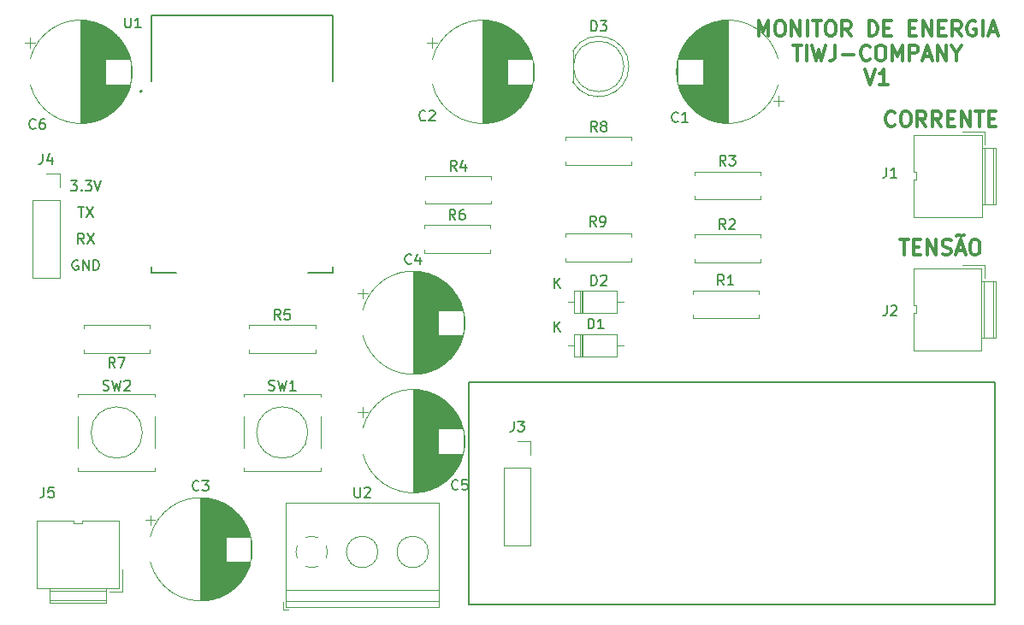
<source format=gbr>
%TF.GenerationSoftware,KiCad,Pcbnew,6.0.8-f2edbf62ab~116~ubuntu20.04.1*%
%TF.CreationDate,2023-02-28T14:52:02-03:00*%
%TF.ProjectId,placa-TAI,706c6163-612d-4544-9149-2e6b69636164,rev?*%
%TF.SameCoordinates,Original*%
%TF.FileFunction,Legend,Top*%
%TF.FilePolarity,Positive*%
%FSLAX46Y46*%
G04 Gerber Fmt 4.6, Leading zero omitted, Abs format (unit mm)*
G04 Created by KiCad (PCBNEW 6.0.8-f2edbf62ab~116~ubuntu20.04.1) date 2023-02-28 14:52:02*
%MOMM*%
%LPD*%
G01*
G04 APERTURE LIST*
%ADD10C,0.150000*%
%ADD11C,0.300000*%
%ADD12C,0.120000*%
%ADD13C,0.127000*%
%ADD14C,0.200000*%
G04 APERTURE END LIST*
D10*
X135740000Y-119910000D02*
X187740000Y-119910000D01*
X187740000Y-119910000D02*
X187740000Y-97910000D01*
X187740000Y-97910000D02*
X135740000Y-97910000D01*
X135740000Y-97910000D02*
X135740000Y-119910000D01*
X96313809Y-77972380D02*
X96932857Y-77972380D01*
X96599523Y-78353333D01*
X96742380Y-78353333D01*
X96837619Y-78400952D01*
X96885238Y-78448571D01*
X96932857Y-78543809D01*
X96932857Y-78781904D01*
X96885238Y-78877142D01*
X96837619Y-78924761D01*
X96742380Y-78972380D01*
X96456666Y-78972380D01*
X96361428Y-78924761D01*
X96313809Y-78877142D01*
X97361428Y-78877142D02*
X97409047Y-78924761D01*
X97361428Y-78972380D01*
X97313809Y-78924761D01*
X97361428Y-78877142D01*
X97361428Y-78972380D01*
X97742380Y-77972380D02*
X98361428Y-77972380D01*
X98028095Y-78353333D01*
X98170952Y-78353333D01*
X98266190Y-78400952D01*
X98313809Y-78448571D01*
X98361428Y-78543809D01*
X98361428Y-78781904D01*
X98313809Y-78877142D01*
X98266190Y-78924761D01*
X98170952Y-78972380D01*
X97885238Y-78972380D01*
X97790000Y-78924761D01*
X97742380Y-78877142D01*
X98647142Y-77972380D02*
X98980476Y-78972380D01*
X99313809Y-77972380D01*
D11*
X164370000Y-63633571D02*
X164370000Y-62133571D01*
X164870000Y-63205000D01*
X165370000Y-62133571D01*
X165370000Y-63633571D01*
X166370000Y-62133571D02*
X166655714Y-62133571D01*
X166798571Y-62205000D01*
X166941428Y-62347857D01*
X167012857Y-62633571D01*
X167012857Y-63133571D01*
X166941428Y-63419285D01*
X166798571Y-63562142D01*
X166655714Y-63633571D01*
X166370000Y-63633571D01*
X166227142Y-63562142D01*
X166084285Y-63419285D01*
X166012857Y-63133571D01*
X166012857Y-62633571D01*
X166084285Y-62347857D01*
X166227142Y-62205000D01*
X166370000Y-62133571D01*
X167655714Y-63633571D02*
X167655714Y-62133571D01*
X168512857Y-63633571D01*
X168512857Y-62133571D01*
X169227142Y-63633571D02*
X169227142Y-62133571D01*
X169727142Y-62133571D02*
X170584285Y-62133571D01*
X170155714Y-63633571D02*
X170155714Y-62133571D01*
X171370000Y-62133571D02*
X171655714Y-62133571D01*
X171798571Y-62205000D01*
X171941428Y-62347857D01*
X172012857Y-62633571D01*
X172012857Y-63133571D01*
X171941428Y-63419285D01*
X171798571Y-63562142D01*
X171655714Y-63633571D01*
X171370000Y-63633571D01*
X171227142Y-63562142D01*
X171084285Y-63419285D01*
X171012857Y-63133571D01*
X171012857Y-62633571D01*
X171084285Y-62347857D01*
X171227142Y-62205000D01*
X171370000Y-62133571D01*
X173512857Y-63633571D02*
X173012857Y-62919285D01*
X172655714Y-63633571D02*
X172655714Y-62133571D01*
X173227142Y-62133571D01*
X173370000Y-62205000D01*
X173441428Y-62276428D01*
X173512857Y-62419285D01*
X173512857Y-62633571D01*
X173441428Y-62776428D01*
X173370000Y-62847857D01*
X173227142Y-62919285D01*
X172655714Y-62919285D01*
X175298571Y-63633571D02*
X175298571Y-62133571D01*
X175655714Y-62133571D01*
X175870000Y-62205000D01*
X176012857Y-62347857D01*
X176084285Y-62490714D01*
X176155714Y-62776428D01*
X176155714Y-62990714D01*
X176084285Y-63276428D01*
X176012857Y-63419285D01*
X175870000Y-63562142D01*
X175655714Y-63633571D01*
X175298571Y-63633571D01*
X176798571Y-62847857D02*
X177298571Y-62847857D01*
X177512857Y-63633571D02*
X176798571Y-63633571D01*
X176798571Y-62133571D01*
X177512857Y-62133571D01*
X179298571Y-62847857D02*
X179798571Y-62847857D01*
X180012857Y-63633571D02*
X179298571Y-63633571D01*
X179298571Y-62133571D01*
X180012857Y-62133571D01*
X180655714Y-63633571D02*
X180655714Y-62133571D01*
X181512857Y-63633571D01*
X181512857Y-62133571D01*
X182227142Y-62847857D02*
X182727142Y-62847857D01*
X182941428Y-63633571D02*
X182227142Y-63633571D01*
X182227142Y-62133571D01*
X182941428Y-62133571D01*
X184441428Y-63633571D02*
X183941428Y-62919285D01*
X183584285Y-63633571D02*
X183584285Y-62133571D01*
X184155714Y-62133571D01*
X184298571Y-62205000D01*
X184370000Y-62276428D01*
X184441428Y-62419285D01*
X184441428Y-62633571D01*
X184370000Y-62776428D01*
X184298571Y-62847857D01*
X184155714Y-62919285D01*
X183584285Y-62919285D01*
X185870000Y-62205000D02*
X185727142Y-62133571D01*
X185512857Y-62133571D01*
X185298571Y-62205000D01*
X185155714Y-62347857D01*
X185084285Y-62490714D01*
X185012857Y-62776428D01*
X185012857Y-62990714D01*
X185084285Y-63276428D01*
X185155714Y-63419285D01*
X185298571Y-63562142D01*
X185512857Y-63633571D01*
X185655714Y-63633571D01*
X185870000Y-63562142D01*
X185941428Y-63490714D01*
X185941428Y-62990714D01*
X185655714Y-62990714D01*
X186584285Y-63633571D02*
X186584285Y-62133571D01*
X187227142Y-63205000D02*
X187941428Y-63205000D01*
X187084285Y-63633571D02*
X187584285Y-62133571D01*
X188084285Y-63633571D01*
X167762857Y-64548571D02*
X168620000Y-64548571D01*
X168191428Y-66048571D02*
X168191428Y-64548571D01*
X169120000Y-66048571D02*
X169120000Y-64548571D01*
X169691428Y-64548571D02*
X170048571Y-66048571D01*
X170334285Y-64977142D01*
X170620000Y-66048571D01*
X170977142Y-64548571D01*
X171977142Y-64548571D02*
X171977142Y-65620000D01*
X171905714Y-65834285D01*
X171762857Y-65977142D01*
X171548571Y-66048571D01*
X171405714Y-66048571D01*
X172691428Y-65477142D02*
X173834285Y-65477142D01*
X175405714Y-65905714D02*
X175334285Y-65977142D01*
X175120000Y-66048571D01*
X174977142Y-66048571D01*
X174762857Y-65977142D01*
X174620000Y-65834285D01*
X174548571Y-65691428D01*
X174477142Y-65405714D01*
X174477142Y-65191428D01*
X174548571Y-64905714D01*
X174620000Y-64762857D01*
X174762857Y-64620000D01*
X174977142Y-64548571D01*
X175120000Y-64548571D01*
X175334285Y-64620000D01*
X175405714Y-64691428D01*
X176334285Y-64548571D02*
X176620000Y-64548571D01*
X176762857Y-64620000D01*
X176905714Y-64762857D01*
X176977142Y-65048571D01*
X176977142Y-65548571D01*
X176905714Y-65834285D01*
X176762857Y-65977142D01*
X176620000Y-66048571D01*
X176334285Y-66048571D01*
X176191428Y-65977142D01*
X176048571Y-65834285D01*
X175977142Y-65548571D01*
X175977142Y-65048571D01*
X176048571Y-64762857D01*
X176191428Y-64620000D01*
X176334285Y-64548571D01*
X177620000Y-66048571D02*
X177620000Y-64548571D01*
X178120000Y-65620000D01*
X178620000Y-64548571D01*
X178620000Y-66048571D01*
X179334285Y-66048571D02*
X179334285Y-64548571D01*
X179905714Y-64548571D01*
X180048571Y-64620000D01*
X180120000Y-64691428D01*
X180191428Y-64834285D01*
X180191428Y-65048571D01*
X180120000Y-65191428D01*
X180048571Y-65262857D01*
X179905714Y-65334285D01*
X179334285Y-65334285D01*
X180762857Y-65620000D02*
X181477142Y-65620000D01*
X180620000Y-66048571D02*
X181120000Y-64548571D01*
X181620000Y-66048571D01*
X182120000Y-66048571D02*
X182120000Y-64548571D01*
X182977142Y-66048571D01*
X182977142Y-64548571D01*
X183977142Y-65334285D02*
X183977142Y-66048571D01*
X183477142Y-64548571D02*
X183977142Y-65334285D01*
X184477142Y-64548571D01*
X174905714Y-66963571D02*
X175405714Y-68463571D01*
X175905714Y-66963571D01*
X177191428Y-68463571D02*
X176334285Y-68463571D01*
X176762857Y-68463571D02*
X176762857Y-66963571D01*
X176620000Y-67177857D01*
X176477142Y-67320714D01*
X176334285Y-67392142D01*
D10*
X97623333Y-84212380D02*
X97290000Y-83736190D01*
X97051904Y-84212380D02*
X97051904Y-83212380D01*
X97432857Y-83212380D01*
X97528095Y-83260000D01*
X97575714Y-83307619D01*
X97623333Y-83402857D01*
X97623333Y-83545714D01*
X97575714Y-83640952D01*
X97528095Y-83688571D01*
X97432857Y-83736190D01*
X97051904Y-83736190D01*
X97956666Y-83212380D02*
X98623333Y-84212380D01*
X98623333Y-83212380D02*
X97956666Y-84212380D01*
D11*
X178364285Y-83818571D02*
X179221428Y-83818571D01*
X178792857Y-85318571D02*
X178792857Y-83818571D01*
X179721428Y-84532857D02*
X180221428Y-84532857D01*
X180435714Y-85318571D02*
X179721428Y-85318571D01*
X179721428Y-83818571D01*
X180435714Y-83818571D01*
X181078571Y-85318571D02*
X181078571Y-83818571D01*
X181935714Y-85318571D01*
X181935714Y-83818571D01*
X182578571Y-85247142D02*
X182792857Y-85318571D01*
X183150000Y-85318571D01*
X183292857Y-85247142D01*
X183364285Y-85175714D01*
X183435714Y-85032857D01*
X183435714Y-84890000D01*
X183364285Y-84747142D01*
X183292857Y-84675714D01*
X183150000Y-84604285D01*
X182864285Y-84532857D01*
X182721428Y-84461428D01*
X182650000Y-84390000D01*
X182578571Y-84247142D01*
X182578571Y-84104285D01*
X182650000Y-83961428D01*
X182721428Y-83890000D01*
X182864285Y-83818571D01*
X183221428Y-83818571D01*
X183435714Y-83890000D01*
X184007142Y-84890000D02*
X184721428Y-84890000D01*
X183864285Y-85318571D02*
X184364285Y-83818571D01*
X184864285Y-85318571D01*
X184007142Y-83461428D02*
X184078571Y-83390000D01*
X184221428Y-83318571D01*
X184507142Y-83461428D01*
X184650000Y-83390000D01*
X184721428Y-83318571D01*
X185650000Y-83818571D02*
X185935714Y-83818571D01*
X186078571Y-83890000D01*
X186221428Y-84032857D01*
X186292857Y-84318571D01*
X186292857Y-84818571D01*
X186221428Y-85104285D01*
X186078571Y-85247142D01*
X185935714Y-85318571D01*
X185650000Y-85318571D01*
X185507142Y-85247142D01*
X185364285Y-85104285D01*
X185292857Y-84818571D01*
X185292857Y-84318571D01*
X185364285Y-84032857D01*
X185507142Y-83890000D01*
X185650000Y-83818571D01*
X177874285Y-72445714D02*
X177802857Y-72517142D01*
X177588571Y-72588571D01*
X177445714Y-72588571D01*
X177231428Y-72517142D01*
X177088571Y-72374285D01*
X177017142Y-72231428D01*
X176945714Y-71945714D01*
X176945714Y-71731428D01*
X177017142Y-71445714D01*
X177088571Y-71302857D01*
X177231428Y-71160000D01*
X177445714Y-71088571D01*
X177588571Y-71088571D01*
X177802857Y-71160000D01*
X177874285Y-71231428D01*
X178802857Y-71088571D02*
X179088571Y-71088571D01*
X179231428Y-71160000D01*
X179374285Y-71302857D01*
X179445714Y-71588571D01*
X179445714Y-72088571D01*
X179374285Y-72374285D01*
X179231428Y-72517142D01*
X179088571Y-72588571D01*
X178802857Y-72588571D01*
X178660000Y-72517142D01*
X178517142Y-72374285D01*
X178445714Y-72088571D01*
X178445714Y-71588571D01*
X178517142Y-71302857D01*
X178660000Y-71160000D01*
X178802857Y-71088571D01*
X180945714Y-72588571D02*
X180445714Y-71874285D01*
X180088571Y-72588571D02*
X180088571Y-71088571D01*
X180660000Y-71088571D01*
X180802857Y-71160000D01*
X180874285Y-71231428D01*
X180945714Y-71374285D01*
X180945714Y-71588571D01*
X180874285Y-71731428D01*
X180802857Y-71802857D01*
X180660000Y-71874285D01*
X180088571Y-71874285D01*
X182445714Y-72588571D02*
X181945714Y-71874285D01*
X181588571Y-72588571D02*
X181588571Y-71088571D01*
X182160000Y-71088571D01*
X182302857Y-71160000D01*
X182374285Y-71231428D01*
X182445714Y-71374285D01*
X182445714Y-71588571D01*
X182374285Y-71731428D01*
X182302857Y-71802857D01*
X182160000Y-71874285D01*
X181588571Y-71874285D01*
X183088571Y-71802857D02*
X183588571Y-71802857D01*
X183802857Y-72588571D02*
X183088571Y-72588571D01*
X183088571Y-71088571D01*
X183802857Y-71088571D01*
X184445714Y-72588571D02*
X184445714Y-71088571D01*
X185302857Y-72588571D01*
X185302857Y-71088571D01*
X185802857Y-71088571D02*
X186660000Y-71088571D01*
X186231428Y-72588571D02*
X186231428Y-71088571D01*
X187160000Y-71802857D02*
X187660000Y-71802857D01*
X187874285Y-72588571D02*
X187160000Y-72588571D01*
X187160000Y-71088571D01*
X187874285Y-71088571D01*
D10*
X97028095Y-80592380D02*
X97599523Y-80592380D01*
X97313809Y-81592380D02*
X97313809Y-80592380D01*
X97837619Y-80592380D02*
X98504285Y-81592380D01*
X98504285Y-80592380D02*
X97837619Y-81592380D01*
X97028095Y-85880000D02*
X96932857Y-85832380D01*
X96790000Y-85832380D01*
X96647142Y-85880000D01*
X96551904Y-85975238D01*
X96504285Y-86070476D01*
X96456666Y-86260952D01*
X96456666Y-86403809D01*
X96504285Y-86594285D01*
X96551904Y-86689523D01*
X96647142Y-86784761D01*
X96790000Y-86832380D01*
X96885238Y-86832380D01*
X97028095Y-86784761D01*
X97075714Y-86737142D01*
X97075714Y-86403809D01*
X96885238Y-86403809D01*
X97504285Y-86832380D02*
X97504285Y-85832380D01*
X98075714Y-86832380D01*
X98075714Y-85832380D01*
X98551904Y-86832380D02*
X98551904Y-85832380D01*
X98790000Y-85832380D01*
X98932857Y-85880000D01*
X99028095Y-85975238D01*
X99075714Y-86070476D01*
X99123333Y-86260952D01*
X99123333Y-86403809D01*
X99075714Y-86594285D01*
X99028095Y-86689523D01*
X98932857Y-86784761D01*
X98790000Y-86832380D01*
X98551904Y-86832380D01*
%TO.C,C2*%
X131413333Y-71927142D02*
X131365714Y-71974761D01*
X131222857Y-72022380D01*
X131127619Y-72022380D01*
X130984761Y-71974761D01*
X130889523Y-71879523D01*
X130841904Y-71784285D01*
X130794285Y-71593809D01*
X130794285Y-71450952D01*
X130841904Y-71260476D01*
X130889523Y-71165238D01*
X130984761Y-71070000D01*
X131127619Y-71022380D01*
X131222857Y-71022380D01*
X131365714Y-71070000D01*
X131413333Y-71117619D01*
X131794285Y-71117619D02*
X131841904Y-71070000D01*
X131937142Y-71022380D01*
X132175238Y-71022380D01*
X132270476Y-71070000D01*
X132318095Y-71117619D01*
X132365714Y-71212857D01*
X132365714Y-71308095D01*
X132318095Y-71450952D01*
X131746666Y-72022380D01*
X132365714Y-72022380D01*
%TO.C,R9*%
X148293333Y-82482380D02*
X147960000Y-82006190D01*
X147721904Y-82482380D02*
X147721904Y-81482380D01*
X148102857Y-81482380D01*
X148198095Y-81530000D01*
X148245714Y-81577619D01*
X148293333Y-81672857D01*
X148293333Y-81815714D01*
X148245714Y-81910952D01*
X148198095Y-81958571D01*
X148102857Y-82006190D01*
X147721904Y-82006190D01*
X148769523Y-82482380D02*
X148960000Y-82482380D01*
X149055238Y-82434761D01*
X149102857Y-82387142D01*
X149198095Y-82244285D01*
X149245714Y-82053809D01*
X149245714Y-81672857D01*
X149198095Y-81577619D01*
X149150476Y-81530000D01*
X149055238Y-81482380D01*
X148864761Y-81482380D01*
X148769523Y-81530000D01*
X148721904Y-81577619D01*
X148674285Y-81672857D01*
X148674285Y-81910952D01*
X148721904Y-82006190D01*
X148769523Y-82053809D01*
X148864761Y-82101428D01*
X149055238Y-82101428D01*
X149150476Y-82053809D01*
X149198095Y-82006190D01*
X149245714Y-81910952D01*
%TO.C,R7*%
X100693333Y-96462380D02*
X100360000Y-95986190D01*
X100121904Y-96462380D02*
X100121904Y-95462380D01*
X100502857Y-95462380D01*
X100598095Y-95510000D01*
X100645714Y-95557619D01*
X100693333Y-95652857D01*
X100693333Y-95795714D01*
X100645714Y-95890952D01*
X100598095Y-95938571D01*
X100502857Y-95986190D01*
X100121904Y-95986190D01*
X101026666Y-95462380D02*
X101693333Y-95462380D01*
X101264761Y-96462380D01*
%TO.C,U2*%
X124388095Y-108322380D02*
X124388095Y-109131904D01*
X124435714Y-109227142D01*
X124483333Y-109274761D01*
X124578571Y-109322380D01*
X124769047Y-109322380D01*
X124864285Y-109274761D01*
X124911904Y-109227142D01*
X124959523Y-109131904D01*
X124959523Y-108322380D01*
X125388095Y-108417619D02*
X125435714Y-108370000D01*
X125530952Y-108322380D01*
X125769047Y-108322380D01*
X125864285Y-108370000D01*
X125911904Y-108417619D01*
X125959523Y-108512857D01*
X125959523Y-108608095D01*
X125911904Y-108750952D01*
X125340476Y-109322380D01*
X125959523Y-109322380D01*
%TO.C,R6*%
X134383333Y-81822380D02*
X134050000Y-81346190D01*
X133811904Y-81822380D02*
X133811904Y-80822380D01*
X134192857Y-80822380D01*
X134288095Y-80870000D01*
X134335714Y-80917619D01*
X134383333Y-81012857D01*
X134383333Y-81155714D01*
X134335714Y-81250952D01*
X134288095Y-81298571D01*
X134192857Y-81346190D01*
X133811904Y-81346190D01*
X135240476Y-80822380D02*
X135050000Y-80822380D01*
X134954761Y-80870000D01*
X134907142Y-80917619D01*
X134811904Y-81060476D01*
X134764285Y-81250952D01*
X134764285Y-81631904D01*
X134811904Y-81727142D01*
X134859523Y-81774761D01*
X134954761Y-81822380D01*
X135145238Y-81822380D01*
X135240476Y-81774761D01*
X135288095Y-81727142D01*
X135335714Y-81631904D01*
X135335714Y-81393809D01*
X135288095Y-81298571D01*
X135240476Y-81250952D01*
X135145238Y-81203333D01*
X134954761Y-81203333D01*
X134859523Y-81250952D01*
X134811904Y-81298571D01*
X134764285Y-81393809D01*
%TO.C,R2*%
X161123333Y-82752380D02*
X160790000Y-82276190D01*
X160551904Y-82752380D02*
X160551904Y-81752380D01*
X160932857Y-81752380D01*
X161028095Y-81800000D01*
X161075714Y-81847619D01*
X161123333Y-81942857D01*
X161123333Y-82085714D01*
X161075714Y-82180952D01*
X161028095Y-82228571D01*
X160932857Y-82276190D01*
X160551904Y-82276190D01*
X161504285Y-81847619D02*
X161551904Y-81800000D01*
X161647142Y-81752380D01*
X161885238Y-81752380D01*
X161980476Y-81800000D01*
X162028095Y-81847619D01*
X162075714Y-81942857D01*
X162075714Y-82038095D01*
X162028095Y-82180952D01*
X161456666Y-82752380D01*
X162075714Y-82752380D01*
%TO.C,J3*%
X140171666Y-101792380D02*
X140171666Y-102506666D01*
X140124047Y-102649523D01*
X140028809Y-102744761D01*
X139885952Y-102792380D01*
X139790714Y-102792380D01*
X140552619Y-101792380D02*
X141171666Y-101792380D01*
X140838333Y-102173333D01*
X140981190Y-102173333D01*
X141076428Y-102220952D01*
X141124047Y-102268571D01*
X141171666Y-102363809D01*
X141171666Y-102601904D01*
X141124047Y-102697142D01*
X141076428Y-102744761D01*
X140981190Y-102792380D01*
X140695476Y-102792380D01*
X140600238Y-102744761D01*
X140552619Y-102697142D01*
%TO.C,C6*%
X92823333Y-72767142D02*
X92775714Y-72814761D01*
X92632857Y-72862380D01*
X92537619Y-72862380D01*
X92394761Y-72814761D01*
X92299523Y-72719523D01*
X92251904Y-72624285D01*
X92204285Y-72433809D01*
X92204285Y-72290952D01*
X92251904Y-72100476D01*
X92299523Y-72005238D01*
X92394761Y-71910000D01*
X92537619Y-71862380D01*
X92632857Y-71862380D01*
X92775714Y-71910000D01*
X92823333Y-71957619D01*
X93680476Y-71862380D02*
X93490000Y-71862380D01*
X93394761Y-71910000D01*
X93347142Y-71957619D01*
X93251904Y-72100476D01*
X93204285Y-72290952D01*
X93204285Y-72671904D01*
X93251904Y-72767142D01*
X93299523Y-72814761D01*
X93394761Y-72862380D01*
X93585238Y-72862380D01*
X93680476Y-72814761D01*
X93728095Y-72767142D01*
X93775714Y-72671904D01*
X93775714Y-72433809D01*
X93728095Y-72338571D01*
X93680476Y-72290952D01*
X93585238Y-72243333D01*
X93394761Y-72243333D01*
X93299523Y-72290952D01*
X93251904Y-72338571D01*
X93204285Y-72433809D01*
%TO.C,J2*%
X177066666Y-90322380D02*
X177066666Y-91036666D01*
X177019047Y-91179523D01*
X176923809Y-91274761D01*
X176780952Y-91322380D01*
X176685714Y-91322380D01*
X177495238Y-90417619D02*
X177542857Y-90370000D01*
X177638095Y-90322380D01*
X177876190Y-90322380D01*
X177971428Y-90370000D01*
X178019047Y-90417619D01*
X178066666Y-90512857D01*
X178066666Y-90608095D01*
X178019047Y-90750952D01*
X177447619Y-91322380D01*
X178066666Y-91322380D01*
%TO.C,D2*%
X147821904Y-88322380D02*
X147821904Y-87322380D01*
X148060000Y-87322380D01*
X148202857Y-87370000D01*
X148298095Y-87465238D01*
X148345714Y-87560476D01*
X148393333Y-87750952D01*
X148393333Y-87893809D01*
X148345714Y-88084285D01*
X148298095Y-88179523D01*
X148202857Y-88274761D01*
X148060000Y-88322380D01*
X147821904Y-88322380D01*
X148774285Y-87417619D02*
X148821904Y-87370000D01*
X148917142Y-87322380D01*
X149155238Y-87322380D01*
X149250476Y-87370000D01*
X149298095Y-87417619D01*
X149345714Y-87512857D01*
X149345714Y-87608095D01*
X149298095Y-87750952D01*
X148726666Y-88322380D01*
X149345714Y-88322380D01*
X144198095Y-88612380D02*
X144198095Y-87612380D01*
X144769523Y-88612380D02*
X144340952Y-88040952D01*
X144769523Y-87612380D02*
X144198095Y-88183809D01*
%TO.C,R5*%
X117073333Y-91722380D02*
X116740000Y-91246190D01*
X116501904Y-91722380D02*
X116501904Y-90722380D01*
X116882857Y-90722380D01*
X116978095Y-90770000D01*
X117025714Y-90817619D01*
X117073333Y-90912857D01*
X117073333Y-91055714D01*
X117025714Y-91150952D01*
X116978095Y-91198571D01*
X116882857Y-91246190D01*
X116501904Y-91246190D01*
X117978095Y-90722380D02*
X117501904Y-90722380D01*
X117454285Y-91198571D01*
X117501904Y-91150952D01*
X117597142Y-91103333D01*
X117835238Y-91103333D01*
X117930476Y-91150952D01*
X117978095Y-91198571D01*
X118025714Y-91293809D01*
X118025714Y-91531904D01*
X117978095Y-91627142D01*
X117930476Y-91674761D01*
X117835238Y-91722380D01*
X117597142Y-91722380D01*
X117501904Y-91674761D01*
X117454285Y-91627142D01*
%TO.C,C1*%
X156423333Y-72067142D02*
X156375714Y-72114761D01*
X156232857Y-72162380D01*
X156137619Y-72162380D01*
X155994761Y-72114761D01*
X155899523Y-72019523D01*
X155851904Y-71924285D01*
X155804285Y-71733809D01*
X155804285Y-71590952D01*
X155851904Y-71400476D01*
X155899523Y-71305238D01*
X155994761Y-71210000D01*
X156137619Y-71162380D01*
X156232857Y-71162380D01*
X156375714Y-71210000D01*
X156423333Y-71257619D01*
X157375714Y-72162380D02*
X156804285Y-72162380D01*
X157090000Y-72162380D02*
X157090000Y-71162380D01*
X156994761Y-71305238D01*
X156899523Y-71400476D01*
X156804285Y-71448095D01*
%TO.C,C3*%
X108985633Y-108567142D02*
X108938014Y-108614761D01*
X108795157Y-108662380D01*
X108699919Y-108662380D01*
X108557061Y-108614761D01*
X108461823Y-108519523D01*
X108414204Y-108424285D01*
X108366585Y-108233809D01*
X108366585Y-108090952D01*
X108414204Y-107900476D01*
X108461823Y-107805238D01*
X108557061Y-107710000D01*
X108699919Y-107662380D01*
X108795157Y-107662380D01*
X108938014Y-107710000D01*
X108985633Y-107757619D01*
X109318966Y-107662380D02*
X109938014Y-107662380D01*
X109604680Y-108043333D01*
X109747538Y-108043333D01*
X109842776Y-108090952D01*
X109890395Y-108138571D01*
X109938014Y-108233809D01*
X109938014Y-108471904D01*
X109890395Y-108567142D01*
X109842776Y-108614761D01*
X109747538Y-108662380D01*
X109461823Y-108662380D01*
X109366585Y-108614761D01*
X109318966Y-108567142D01*
%TO.C,D3*%
X147816904Y-63142380D02*
X147816904Y-62142380D01*
X148055000Y-62142380D01*
X148197857Y-62190000D01*
X148293095Y-62285238D01*
X148340714Y-62380476D01*
X148388333Y-62570952D01*
X148388333Y-62713809D01*
X148340714Y-62904285D01*
X148293095Y-62999523D01*
X148197857Y-63094761D01*
X148055000Y-63142380D01*
X147816904Y-63142380D01*
X148721666Y-62142380D02*
X149340714Y-62142380D01*
X149007380Y-62523333D01*
X149150238Y-62523333D01*
X149245476Y-62570952D01*
X149293095Y-62618571D01*
X149340714Y-62713809D01*
X149340714Y-62951904D01*
X149293095Y-63047142D01*
X149245476Y-63094761D01*
X149150238Y-63142380D01*
X148864523Y-63142380D01*
X148769285Y-63094761D01*
X148721666Y-63047142D01*
%TO.C,R4*%
X134513333Y-76972380D02*
X134180000Y-76496190D01*
X133941904Y-76972380D02*
X133941904Y-75972380D01*
X134322857Y-75972380D01*
X134418095Y-76020000D01*
X134465714Y-76067619D01*
X134513333Y-76162857D01*
X134513333Y-76305714D01*
X134465714Y-76400952D01*
X134418095Y-76448571D01*
X134322857Y-76496190D01*
X133941904Y-76496190D01*
X135370476Y-76305714D02*
X135370476Y-76972380D01*
X135132380Y-75924761D02*
X134894285Y-76639047D01*
X135513333Y-76639047D01*
%TO.C,J4*%
X93541666Y-75302380D02*
X93541666Y-76016666D01*
X93494047Y-76159523D01*
X93398809Y-76254761D01*
X93255952Y-76302380D01*
X93160714Y-76302380D01*
X94446428Y-75635714D02*
X94446428Y-76302380D01*
X94208333Y-75254761D02*
X93970238Y-75969047D01*
X94589285Y-75969047D01*
%TO.C,C5*%
X134633333Y-108477142D02*
X134585714Y-108524761D01*
X134442857Y-108572380D01*
X134347619Y-108572380D01*
X134204761Y-108524761D01*
X134109523Y-108429523D01*
X134061904Y-108334285D01*
X134014285Y-108143809D01*
X134014285Y-108000952D01*
X134061904Y-107810476D01*
X134109523Y-107715238D01*
X134204761Y-107620000D01*
X134347619Y-107572380D01*
X134442857Y-107572380D01*
X134585714Y-107620000D01*
X134633333Y-107667619D01*
X135538095Y-107572380D02*
X135061904Y-107572380D01*
X135014285Y-108048571D01*
X135061904Y-108000952D01*
X135157142Y-107953333D01*
X135395238Y-107953333D01*
X135490476Y-108000952D01*
X135538095Y-108048571D01*
X135585714Y-108143809D01*
X135585714Y-108381904D01*
X135538095Y-108477142D01*
X135490476Y-108524761D01*
X135395238Y-108572380D01*
X135157142Y-108572380D01*
X135061904Y-108524761D01*
X135014285Y-108477142D01*
%TO.C,J1*%
X177036666Y-76662380D02*
X177036666Y-77376666D01*
X176989047Y-77519523D01*
X176893809Y-77614761D01*
X176750952Y-77662380D01*
X176655714Y-77662380D01*
X178036666Y-77662380D02*
X177465238Y-77662380D01*
X177750952Y-77662380D02*
X177750952Y-76662380D01*
X177655714Y-76805238D01*
X177560476Y-76900476D01*
X177465238Y-76948095D01*
%TO.C,SW1*%
X115906666Y-98684761D02*
X116049523Y-98732380D01*
X116287619Y-98732380D01*
X116382857Y-98684761D01*
X116430476Y-98637142D01*
X116478095Y-98541904D01*
X116478095Y-98446666D01*
X116430476Y-98351428D01*
X116382857Y-98303809D01*
X116287619Y-98256190D01*
X116097142Y-98208571D01*
X116001904Y-98160952D01*
X115954285Y-98113333D01*
X115906666Y-98018095D01*
X115906666Y-97922857D01*
X115954285Y-97827619D01*
X116001904Y-97780000D01*
X116097142Y-97732380D01*
X116335238Y-97732380D01*
X116478095Y-97780000D01*
X116811428Y-97732380D02*
X117049523Y-98732380D01*
X117240000Y-98018095D01*
X117430476Y-98732380D01*
X117668571Y-97732380D01*
X118573333Y-98732380D02*
X118001904Y-98732380D01*
X118287619Y-98732380D02*
X118287619Y-97732380D01*
X118192380Y-97875238D01*
X118097142Y-97970476D01*
X118001904Y-98018095D01*
%TO.C,SW2*%
X99526666Y-98684761D02*
X99669523Y-98732380D01*
X99907619Y-98732380D01*
X100002857Y-98684761D01*
X100050476Y-98637142D01*
X100098095Y-98541904D01*
X100098095Y-98446666D01*
X100050476Y-98351428D01*
X100002857Y-98303809D01*
X99907619Y-98256190D01*
X99717142Y-98208571D01*
X99621904Y-98160952D01*
X99574285Y-98113333D01*
X99526666Y-98018095D01*
X99526666Y-97922857D01*
X99574285Y-97827619D01*
X99621904Y-97780000D01*
X99717142Y-97732380D01*
X99955238Y-97732380D01*
X100098095Y-97780000D01*
X100431428Y-97732380D02*
X100669523Y-98732380D01*
X100860000Y-98018095D01*
X101050476Y-98732380D01*
X101288571Y-97732380D01*
X101621904Y-97827619D02*
X101669523Y-97780000D01*
X101764761Y-97732380D01*
X102002857Y-97732380D01*
X102098095Y-97780000D01*
X102145714Y-97827619D01*
X102193333Y-97922857D01*
X102193333Y-98018095D01*
X102145714Y-98160952D01*
X101574285Y-98732380D01*
X102193333Y-98732380D01*
%TO.C,D1*%
X147531904Y-92622380D02*
X147531904Y-91622380D01*
X147770000Y-91622380D01*
X147912857Y-91670000D01*
X148008095Y-91765238D01*
X148055714Y-91860476D01*
X148103333Y-92050952D01*
X148103333Y-92193809D01*
X148055714Y-92384285D01*
X148008095Y-92479523D01*
X147912857Y-92574761D01*
X147770000Y-92622380D01*
X147531904Y-92622380D01*
X149055714Y-92622380D02*
X148484285Y-92622380D01*
X148770000Y-92622380D02*
X148770000Y-91622380D01*
X148674761Y-91765238D01*
X148579523Y-91860476D01*
X148484285Y-91908095D01*
X144198095Y-92942380D02*
X144198095Y-91942380D01*
X144769523Y-92942380D02*
X144340952Y-92370952D01*
X144769523Y-91942380D02*
X144198095Y-92513809D01*
%TO.C,J5*%
X93656666Y-108332380D02*
X93656666Y-109046666D01*
X93609047Y-109189523D01*
X93513809Y-109284761D01*
X93370952Y-109332380D01*
X93275714Y-109332380D01*
X94609047Y-108332380D02*
X94132857Y-108332380D01*
X94085238Y-108808571D01*
X94132857Y-108760952D01*
X94228095Y-108713333D01*
X94466190Y-108713333D01*
X94561428Y-108760952D01*
X94609047Y-108808571D01*
X94656666Y-108903809D01*
X94656666Y-109141904D01*
X94609047Y-109237142D01*
X94561428Y-109284761D01*
X94466190Y-109332380D01*
X94228095Y-109332380D01*
X94132857Y-109284761D01*
X94085238Y-109237142D01*
%TO.C,U1*%
X101688095Y-61822380D02*
X101688095Y-62631904D01*
X101735714Y-62727142D01*
X101783333Y-62774761D01*
X101878571Y-62822380D01*
X102069047Y-62822380D01*
X102164285Y-62774761D01*
X102211904Y-62727142D01*
X102259523Y-62631904D01*
X102259523Y-61822380D01*
X103259523Y-62822380D02*
X102688095Y-62822380D01*
X102973809Y-62822380D02*
X102973809Y-61822380D01*
X102878571Y-61965238D01*
X102783333Y-62060476D01*
X102688095Y-62108095D01*
%TO.C,R3*%
X161133333Y-76462380D02*
X160800000Y-75986190D01*
X160561904Y-76462380D02*
X160561904Y-75462380D01*
X160942857Y-75462380D01*
X161038095Y-75510000D01*
X161085714Y-75557619D01*
X161133333Y-75652857D01*
X161133333Y-75795714D01*
X161085714Y-75890952D01*
X161038095Y-75938571D01*
X160942857Y-75986190D01*
X160561904Y-75986190D01*
X161466666Y-75462380D02*
X162085714Y-75462380D01*
X161752380Y-75843333D01*
X161895238Y-75843333D01*
X161990476Y-75890952D01*
X162038095Y-75938571D01*
X162085714Y-76033809D01*
X162085714Y-76271904D01*
X162038095Y-76367142D01*
X161990476Y-76414761D01*
X161895238Y-76462380D01*
X161609523Y-76462380D01*
X161514285Y-76414761D01*
X161466666Y-76367142D01*
%TO.C,R8*%
X148393333Y-73092380D02*
X148060000Y-72616190D01*
X147821904Y-73092380D02*
X147821904Y-72092380D01*
X148202857Y-72092380D01*
X148298095Y-72140000D01*
X148345714Y-72187619D01*
X148393333Y-72282857D01*
X148393333Y-72425714D01*
X148345714Y-72520952D01*
X148298095Y-72568571D01*
X148202857Y-72616190D01*
X147821904Y-72616190D01*
X148964761Y-72520952D02*
X148869523Y-72473333D01*
X148821904Y-72425714D01*
X148774285Y-72330476D01*
X148774285Y-72282857D01*
X148821904Y-72187619D01*
X148869523Y-72140000D01*
X148964761Y-72092380D01*
X149155238Y-72092380D01*
X149250476Y-72140000D01*
X149298095Y-72187619D01*
X149345714Y-72282857D01*
X149345714Y-72330476D01*
X149298095Y-72425714D01*
X149250476Y-72473333D01*
X149155238Y-72520952D01*
X148964761Y-72520952D01*
X148869523Y-72568571D01*
X148821904Y-72616190D01*
X148774285Y-72711428D01*
X148774285Y-72901904D01*
X148821904Y-72997142D01*
X148869523Y-73044761D01*
X148964761Y-73092380D01*
X149155238Y-73092380D01*
X149250476Y-73044761D01*
X149298095Y-72997142D01*
X149345714Y-72901904D01*
X149345714Y-72711428D01*
X149298095Y-72616190D01*
X149250476Y-72568571D01*
X149155238Y-72520952D01*
%TO.C,C4*%
X130015656Y-86137142D02*
X129968037Y-86184761D01*
X129825180Y-86232380D01*
X129729942Y-86232380D01*
X129587084Y-86184761D01*
X129491846Y-86089523D01*
X129444227Y-85994285D01*
X129396608Y-85803809D01*
X129396608Y-85660952D01*
X129444227Y-85470476D01*
X129491846Y-85375238D01*
X129587084Y-85280000D01*
X129729942Y-85232380D01*
X129825180Y-85232380D01*
X129968037Y-85280000D01*
X130015656Y-85327619D01*
X130872799Y-85565714D02*
X130872799Y-86232380D01*
X130634703Y-85184761D02*
X130396608Y-85899047D01*
X131015656Y-85899047D01*
%TO.C,R1*%
X160953333Y-88292380D02*
X160620000Y-87816190D01*
X160381904Y-88292380D02*
X160381904Y-87292380D01*
X160762857Y-87292380D01*
X160858095Y-87340000D01*
X160905714Y-87387619D01*
X160953333Y-87482857D01*
X160953333Y-87625714D01*
X160905714Y-87720952D01*
X160858095Y-87768571D01*
X160762857Y-87816190D01*
X160381904Y-87816190D01*
X161905714Y-88292380D02*
X161334285Y-88292380D01*
X161620000Y-88292380D02*
X161620000Y-87292380D01*
X161524761Y-87435238D01*
X161429523Y-87530476D01*
X161334285Y-87578095D01*
D12*
%TO.C,C2*%
X139673300Y-68421000D02*
X139673300Y-71551000D01*
X138553300Y-62318000D02*
X138553300Y-72042000D01*
X141473300Y-64601000D02*
X141473300Y-65939000D01*
X141473300Y-68421000D02*
X141473300Y-69759000D01*
X141553300Y-64741000D02*
X141553300Y-65939000D01*
X137472300Y-62115000D02*
X137472300Y-72245000D01*
X141273300Y-64291000D02*
X141273300Y-65939000D01*
X140793300Y-63702000D02*
X140793300Y-65939000D01*
X141033300Y-63974000D02*
X141033300Y-65939000D01*
X141753300Y-65143000D02*
X141753300Y-65939000D01*
X140513300Y-63427000D02*
X140513300Y-65939000D01*
X139153300Y-62541000D02*
X139153300Y-71819000D01*
X141073300Y-64024000D02*
X141073300Y-65939000D01*
X140393300Y-63322000D02*
X140393300Y-65939000D01*
X139993300Y-63014000D02*
X139993300Y-65939000D01*
X137632300Y-62130000D02*
X137632300Y-72230000D01*
X131592654Y-64305000D02*
X132592654Y-64305000D01*
X139353300Y-62635000D02*
X139353300Y-71725000D01*
X139633300Y-68421000D02*
X139633300Y-71575000D01*
X138913300Y-62442000D02*
X138913300Y-71918000D01*
X137712300Y-62140000D02*
X137712300Y-72220000D01*
X141273300Y-68421000D02*
X141273300Y-70069000D01*
X140113300Y-68421000D02*
X140113300Y-71260000D01*
X141433300Y-68421000D02*
X141433300Y-69825000D01*
X137192300Y-62101000D02*
X137192300Y-72259000D01*
X137352300Y-62107000D02*
X137352300Y-72253000D01*
X141913300Y-68421000D02*
X141913300Y-68810000D01*
X140593300Y-68421000D02*
X140593300Y-70859000D01*
X141953300Y-68421000D02*
X141953300Y-68690000D01*
X141433300Y-64535000D02*
X141433300Y-65939000D01*
X141313300Y-68421000D02*
X141313300Y-70010000D01*
X138793300Y-62397000D02*
X138793300Y-71963000D01*
X137392300Y-62110000D02*
X137392300Y-72250000D01*
X141113300Y-64074000D02*
X141113300Y-65939000D01*
X141193300Y-64180000D02*
X141193300Y-65939000D01*
X138953300Y-62457000D02*
X138953300Y-71903000D01*
X139993300Y-68421000D02*
X139993300Y-71346000D01*
X141153300Y-68421000D02*
X141153300Y-70234000D01*
X141353300Y-64410000D02*
X141353300Y-65939000D01*
X137512300Y-62118000D02*
X137512300Y-72242000D01*
X132092654Y-63805000D02*
X132092654Y-64805000D01*
X140873300Y-63788000D02*
X140873300Y-65939000D01*
X140313300Y-68421000D02*
X140313300Y-71105000D01*
X139233300Y-62577000D02*
X139233300Y-71783000D01*
X139473300Y-62697000D02*
X139473300Y-71663000D01*
X137913300Y-62169000D02*
X137913300Y-72191000D01*
X142153300Y-66581000D02*
X142153300Y-67779000D01*
X139953300Y-68421000D02*
X139953300Y-71374000D01*
X138673300Y-62356000D02*
X138673300Y-72004000D01*
X140273300Y-68421000D02*
X140273300Y-71137000D01*
X141673300Y-64971000D02*
X141673300Y-65939000D01*
X141393300Y-68421000D02*
X141393300Y-69889000D01*
X139953300Y-62986000D02*
X139953300Y-65939000D01*
X140033300Y-63042000D02*
X140033300Y-65939000D01*
X139593300Y-62763000D02*
X139593300Y-65939000D01*
X140833300Y-68421000D02*
X140833300Y-70616000D01*
X139713300Y-68421000D02*
X139713300Y-71527000D01*
X138593300Y-62330000D02*
X138593300Y-72030000D01*
X138873300Y-62426000D02*
X138873300Y-71934000D01*
X140153300Y-63130000D02*
X140153300Y-65939000D01*
X140633300Y-63540000D02*
X140633300Y-65939000D01*
X137953300Y-62176000D02*
X137953300Y-72184000D01*
X137552300Y-62122000D02*
X137552300Y-72238000D01*
X139273300Y-62596000D02*
X139273300Y-71764000D01*
X140953300Y-68421000D02*
X140953300Y-70481000D01*
X141793300Y-68421000D02*
X141793300Y-69124000D01*
X138273300Y-62242000D02*
X138273300Y-72118000D01*
X140433300Y-63356000D02*
X140433300Y-65939000D01*
X137152300Y-62100000D02*
X137152300Y-72260000D01*
X140073300Y-68421000D02*
X140073300Y-71290000D01*
X139313300Y-62616000D02*
X139313300Y-71744000D01*
X140633300Y-68421000D02*
X140633300Y-70820000D01*
X139833300Y-62907000D02*
X139833300Y-65939000D01*
X140873300Y-68421000D02*
X140873300Y-70572000D01*
X141393300Y-64471000D02*
X141393300Y-65939000D01*
X141953300Y-65670000D02*
X141953300Y-65939000D01*
X141673300Y-68421000D02*
X141673300Y-69389000D01*
X141353300Y-68421000D02*
X141353300Y-69950000D01*
X141873300Y-65438000D02*
X141873300Y-65939000D01*
X139593300Y-68421000D02*
X139593300Y-71597000D01*
X142113300Y-66318000D02*
X142113300Y-68042000D01*
X140433300Y-68421000D02*
X140433300Y-71004000D01*
X141153300Y-64126000D02*
X141153300Y-65939000D01*
X140553300Y-63464000D02*
X140553300Y-65939000D01*
X141753300Y-68421000D02*
X141753300Y-69217000D01*
X139193300Y-62559000D02*
X139193300Y-71801000D01*
X137112300Y-62100000D02*
X137112300Y-72260000D01*
X140193300Y-68421000D02*
X140193300Y-71200000D01*
X138313300Y-62252000D02*
X138313300Y-72108000D01*
X140753300Y-68421000D02*
X140753300Y-70700000D01*
X141313300Y-64350000D02*
X141313300Y-65939000D01*
X141793300Y-65236000D02*
X141793300Y-65939000D01*
X141713300Y-65055000D02*
X141713300Y-65939000D01*
X140833300Y-63744000D02*
X140833300Y-65939000D01*
X140913300Y-63833000D02*
X140913300Y-65939000D01*
X139713300Y-62833000D02*
X139713300Y-65939000D01*
X138033300Y-62190000D02*
X138033300Y-72170000D01*
X140073300Y-63070000D02*
X140073300Y-65939000D01*
X140353300Y-63288000D02*
X140353300Y-65939000D01*
X137232300Y-62102000D02*
X137232300Y-72258000D01*
X139633300Y-62785000D02*
X139633300Y-65939000D01*
X141233300Y-68421000D02*
X141233300Y-70125000D01*
X139073300Y-62506000D02*
X139073300Y-71854000D01*
X138193300Y-62224000D02*
X138193300Y-72136000D01*
X139913300Y-68421000D02*
X139913300Y-71401000D01*
X141113300Y-68421000D02*
X141113300Y-70286000D01*
X141633300Y-64891000D02*
X141633300Y-65939000D01*
X140993300Y-68421000D02*
X140993300Y-70434000D01*
X138233300Y-62233000D02*
X138233300Y-72127000D01*
X137272300Y-62103000D02*
X137272300Y-72257000D01*
X137072300Y-62100000D02*
X137072300Y-72260000D01*
X138833300Y-62412000D02*
X138833300Y-71948000D01*
X138153300Y-62215000D02*
X138153300Y-72145000D01*
X139553300Y-62740000D02*
X139553300Y-71620000D01*
X138713300Y-62369000D02*
X138713300Y-71991000D01*
X141713300Y-68421000D02*
X141713300Y-69305000D01*
X140273300Y-63223000D02*
X140273300Y-65939000D01*
X137993300Y-62183000D02*
X137993300Y-72177000D01*
X139793300Y-62882000D02*
X139793300Y-65939000D01*
X139873300Y-62933000D02*
X139873300Y-65939000D01*
X140713300Y-68421000D02*
X140713300Y-70741000D01*
X138073300Y-62198000D02*
X138073300Y-72162000D01*
X137833300Y-62156000D02*
X137833300Y-72204000D01*
X140673300Y-63579000D02*
X140673300Y-65939000D01*
X140553300Y-68421000D02*
X140553300Y-70896000D01*
X139873300Y-68421000D02*
X139873300Y-71427000D01*
X140473300Y-68421000D02*
X140473300Y-70969000D01*
X141073300Y-68421000D02*
X141073300Y-70336000D01*
X141193300Y-68421000D02*
X141193300Y-70180000D01*
X137873300Y-62162000D02*
X137873300Y-72198000D01*
X137432300Y-62112000D02*
X137432300Y-72248000D01*
X140113300Y-63100000D02*
X140113300Y-65939000D01*
X139393300Y-62655000D02*
X139393300Y-71705000D01*
X141593300Y-68421000D02*
X141593300Y-69545000D01*
X141833300Y-68421000D02*
X141833300Y-69026000D01*
X138393300Y-62273000D02*
X138393300Y-72087000D01*
X140233300Y-68421000D02*
X140233300Y-71169000D01*
X137312300Y-62105000D02*
X137312300Y-72255000D01*
X140513300Y-68421000D02*
X140513300Y-70933000D01*
X140033300Y-68421000D02*
X140033300Y-71318000D01*
X138353300Y-62262000D02*
X138353300Y-72098000D01*
X139033300Y-62490000D02*
X139033300Y-71870000D01*
X141633300Y-68421000D02*
X141633300Y-69469000D01*
X137793300Y-62150000D02*
X137793300Y-72210000D01*
X141993300Y-65802000D02*
X141993300Y-65939000D01*
X138633300Y-62343000D02*
X138633300Y-72017000D01*
X139673300Y-62809000D02*
X139673300Y-65939000D01*
X141553300Y-68421000D02*
X141553300Y-69619000D01*
X139113300Y-62523000D02*
X139113300Y-71837000D01*
X137752300Y-62145000D02*
X137752300Y-72215000D01*
X139753300Y-62857000D02*
X139753300Y-65939000D01*
X141233300Y-64235000D02*
X141233300Y-65939000D01*
X140713300Y-63619000D02*
X140713300Y-65939000D01*
X140953300Y-63879000D02*
X140953300Y-65939000D01*
X137592300Y-62126000D02*
X137592300Y-72234000D01*
X137672300Y-62135000D02*
X137672300Y-72225000D01*
X140793300Y-68421000D02*
X140793300Y-70658000D01*
X140353300Y-68421000D02*
X140353300Y-71072000D01*
X140233300Y-63191000D02*
X140233300Y-65939000D01*
X139793300Y-68421000D02*
X139793300Y-71478000D01*
X139913300Y-62959000D02*
X139913300Y-65939000D01*
X138513300Y-62306000D02*
X138513300Y-72054000D01*
X139513300Y-62718000D02*
X139513300Y-71642000D01*
X140753300Y-63660000D02*
X140753300Y-65939000D01*
X139833300Y-68421000D02*
X139833300Y-71453000D01*
X141513300Y-64670000D02*
X141513300Y-65939000D01*
X138473300Y-62295000D02*
X138473300Y-72065000D01*
X138113300Y-62206000D02*
X138113300Y-72154000D01*
X141033300Y-68421000D02*
X141033300Y-70386000D01*
X140313300Y-63255000D02*
X140313300Y-65939000D01*
X140393300Y-68421000D02*
X140393300Y-71038000D01*
X140593300Y-63501000D02*
X140593300Y-65939000D01*
X140153300Y-68421000D02*
X140153300Y-71230000D01*
X138753300Y-62383000D02*
X138753300Y-71977000D01*
X141873300Y-68421000D02*
X141873300Y-68922000D01*
X141833300Y-65334000D02*
X141833300Y-65939000D01*
X140913300Y-68421000D02*
X140913300Y-70527000D01*
X139433300Y-62676000D02*
X139433300Y-71684000D01*
X141593300Y-64815000D02*
X141593300Y-65939000D01*
X140993300Y-63926000D02*
X140993300Y-65939000D01*
X141913300Y-65550000D02*
X141913300Y-65939000D01*
X141513300Y-68421000D02*
X141513300Y-69690000D01*
X138993300Y-62473000D02*
X138993300Y-71887000D01*
X140193300Y-63160000D02*
X140193300Y-65939000D01*
X140673300Y-68421000D02*
X140673300Y-70781000D01*
X139753300Y-68421000D02*
X139753300Y-71503000D01*
X142073300Y-66118000D02*
X142073300Y-68242000D01*
X140473300Y-63391000D02*
X140473300Y-65939000D01*
X138433300Y-62283000D02*
X138433300Y-72077000D01*
X141993300Y-68421000D02*
X141993300Y-68558000D01*
X132109760Y-68440000D02*
G75*
G03*
X132109760Y-65920000I4962540J1260000D01*
G01*
%TO.C,R9*%
X151830000Y-85950000D02*
X145290000Y-85950000D01*
X151830000Y-83210000D02*
X145290000Y-83210000D01*
X151830000Y-83540000D02*
X151830000Y-83210000D01*
X145290000Y-85950000D02*
X145290000Y-85620000D01*
X151830000Y-85620000D02*
X151830000Y-85950000D01*
X145290000Y-83210000D02*
X145290000Y-83540000D01*
%TO.C,R7*%
X97590000Y-92270000D02*
X97590000Y-92600000D01*
X97590000Y-95010000D02*
X97590000Y-94680000D01*
X104130000Y-95010000D02*
X97590000Y-95010000D01*
X104130000Y-92600000D02*
X104130000Y-92270000D01*
X104130000Y-92270000D02*
X97590000Y-92270000D01*
X104130000Y-94680000D02*
X104130000Y-95010000D01*
%TO.C,U2*%
X117350000Y-119690000D02*
X117350000Y-120430000D01*
X117590000Y-118530000D02*
X132710000Y-118530000D01*
X117590000Y-109870000D02*
X132710000Y-109870000D01*
X117350000Y-120430000D02*
X117850000Y-120430000D01*
X117590000Y-109870000D02*
X117590000Y-120190000D01*
X117590000Y-119630000D02*
X132710000Y-119630000D01*
X117590000Y-120190000D02*
X132710000Y-120190000D01*
X132710000Y-109870000D02*
X132710000Y-120190000D01*
X120758000Y-113298000D02*
G75*
G03*
X119542258Y-113297891I-608000J-1432000D01*
G01*
X119542000Y-116162000D02*
G75*
G03*
X120177011Y-116285493I607998J1431988D01*
G01*
X118718000Y-114122000D02*
G75*
G03*
X118717891Y-115337742I1432000J-608000D01*
G01*
X121582000Y-115338000D02*
G75*
G03*
X121582109Y-114122258I-1432003J607999D01*
G01*
X120150000Y-116285000D02*
G75*
G03*
X120757587Y-116161385I0J1555000D01*
G01*
X131705000Y-114730000D02*
G75*
G03*
X131705000Y-114730000I-1555000J0D01*
G01*
X126705000Y-114730000D02*
G75*
G03*
X126705000Y-114730000I-1555000J0D01*
G01*
%TO.C,R6*%
X131280000Y-85110000D02*
X137820000Y-85110000D01*
X137820000Y-82370000D02*
X137820000Y-82700000D01*
X137820000Y-85110000D02*
X137820000Y-84780000D01*
X131280000Y-82700000D02*
X131280000Y-82370000D01*
X131280000Y-84780000D02*
X131280000Y-85110000D01*
X131280000Y-82370000D02*
X137820000Y-82370000D01*
%TO.C,R2*%
X158020000Y-83300000D02*
X164560000Y-83300000D01*
X158020000Y-85710000D02*
X158020000Y-86040000D01*
X158020000Y-83630000D02*
X158020000Y-83300000D01*
X158020000Y-86040000D02*
X164560000Y-86040000D01*
X164560000Y-83300000D02*
X164560000Y-83630000D01*
X164560000Y-86040000D02*
X164560000Y-85710000D01*
%TO.C,J3*%
X139175000Y-114060000D02*
X141835000Y-114060000D01*
X140505000Y-103780000D02*
X141835000Y-103780000D01*
X139175000Y-106380000D02*
X139175000Y-114060000D01*
X141835000Y-106380000D02*
X141835000Y-114060000D01*
X141835000Y-103780000D02*
X141835000Y-105110000D01*
X139175000Y-106380000D02*
X141835000Y-106380000D01*
%TO.C,C6*%
X98943323Y-62383000D02*
X98943323Y-71977000D01*
X100023323Y-62907000D02*
X100023323Y-65939000D01*
X97622323Y-62112000D02*
X97622323Y-72248000D01*
X102063323Y-65438000D02*
X102063323Y-65939000D01*
X100903323Y-63619000D02*
X100903323Y-65939000D01*
X98463323Y-62242000D02*
X98463323Y-72118000D01*
X100983323Y-63702000D02*
X100983323Y-65939000D01*
X99903323Y-62833000D02*
X99903323Y-65939000D01*
X98863323Y-62356000D02*
X98863323Y-72004000D01*
X101903323Y-68421000D02*
X101903323Y-69305000D01*
X102063323Y-68421000D02*
X102063323Y-68922000D01*
X101463323Y-68421000D02*
X101463323Y-70069000D01*
X99143323Y-62457000D02*
X99143323Y-71903000D01*
X101343323Y-64126000D02*
X101343323Y-65939000D01*
X98743323Y-62318000D02*
X98743323Y-72042000D01*
X101023323Y-63744000D02*
X101023323Y-65939000D01*
X100143323Y-62986000D02*
X100143323Y-65939000D01*
X101623323Y-68421000D02*
X101623323Y-69825000D01*
X100023323Y-68421000D02*
X100023323Y-71453000D01*
X101743323Y-64741000D02*
X101743323Y-65939000D01*
X100183323Y-63014000D02*
X100183323Y-65939000D01*
X100463323Y-68421000D02*
X100463323Y-71137000D01*
X98063323Y-62162000D02*
X98063323Y-72198000D01*
X99783323Y-68421000D02*
X99783323Y-71597000D01*
X92282677Y-63805000D02*
X92282677Y-64805000D01*
X100063323Y-62933000D02*
X100063323Y-65939000D01*
X101023323Y-68421000D02*
X101023323Y-70616000D01*
X100503323Y-63255000D02*
X100503323Y-65939000D01*
X102023323Y-68421000D02*
X102023323Y-69026000D01*
X100823323Y-63540000D02*
X100823323Y-65939000D01*
X100583323Y-68421000D02*
X100583323Y-71038000D01*
X99823323Y-62785000D02*
X99823323Y-65939000D01*
X102263323Y-66118000D02*
X102263323Y-68242000D01*
X100743323Y-63464000D02*
X100743323Y-65939000D01*
X102143323Y-68421000D02*
X102143323Y-68690000D01*
X100503323Y-68421000D02*
X100503323Y-71105000D01*
X99863323Y-62809000D02*
X99863323Y-65939000D01*
X101183323Y-63926000D02*
X101183323Y-65939000D01*
X99543323Y-62635000D02*
X99543323Y-71725000D01*
X101863323Y-68421000D02*
X101863323Y-69389000D01*
X101583323Y-68421000D02*
X101583323Y-69889000D01*
X101543323Y-68421000D02*
X101543323Y-69950000D01*
X101663323Y-68421000D02*
X101663323Y-69759000D01*
X100983323Y-68421000D02*
X100983323Y-70658000D01*
X100103323Y-62959000D02*
X100103323Y-65939000D01*
X101383323Y-68421000D02*
X101383323Y-70180000D01*
X101503323Y-64350000D02*
X101503323Y-65939000D01*
X101783323Y-64815000D02*
X101783323Y-65939000D01*
X100823323Y-68421000D02*
X100823323Y-70820000D01*
X98263323Y-62198000D02*
X98263323Y-72162000D01*
X98703323Y-62306000D02*
X98703323Y-72054000D01*
X100303323Y-63100000D02*
X100303323Y-65939000D01*
X97942323Y-62145000D02*
X97942323Y-72215000D01*
X97342323Y-62100000D02*
X97342323Y-72260000D01*
X97582323Y-62110000D02*
X97582323Y-72250000D01*
X101143323Y-68421000D02*
X101143323Y-70481000D01*
X91782677Y-64305000D02*
X92782677Y-64305000D01*
X101703323Y-68421000D02*
X101703323Y-69690000D01*
X102183323Y-68421000D02*
X102183323Y-68558000D01*
X99663323Y-62697000D02*
X99663323Y-71663000D01*
X101943323Y-65143000D02*
X101943323Y-65939000D01*
X97862323Y-62135000D02*
X97862323Y-72225000D01*
X101263323Y-68421000D02*
X101263323Y-70336000D01*
X99383323Y-62559000D02*
X99383323Y-71801000D01*
X99223323Y-62490000D02*
X99223323Y-71870000D01*
X98903323Y-62369000D02*
X98903323Y-71991000D01*
X98783323Y-62330000D02*
X98783323Y-72030000D01*
X101263323Y-64024000D02*
X101263323Y-65939000D01*
X101143323Y-63879000D02*
X101143323Y-65939000D01*
X101223323Y-63974000D02*
X101223323Y-65939000D01*
X101743323Y-68421000D02*
X101743323Y-69619000D01*
X98663323Y-62295000D02*
X98663323Y-72065000D01*
X97262323Y-62100000D02*
X97262323Y-72260000D01*
X97902323Y-62140000D02*
X97902323Y-72220000D01*
X99183323Y-62473000D02*
X99183323Y-71887000D01*
X99423323Y-62577000D02*
X99423323Y-71783000D01*
X98023323Y-62156000D02*
X98023323Y-72204000D01*
X102183323Y-65802000D02*
X102183323Y-65939000D01*
X100623323Y-68421000D02*
X100623323Y-71004000D01*
X100423323Y-63191000D02*
X100423323Y-65939000D01*
X99343323Y-62541000D02*
X99343323Y-71819000D01*
X100423323Y-68421000D02*
X100423323Y-71169000D01*
X98383323Y-62224000D02*
X98383323Y-72136000D01*
X100623323Y-63356000D02*
X100623323Y-65939000D01*
X101823323Y-64891000D02*
X101823323Y-65939000D01*
X99823323Y-68421000D02*
X99823323Y-71575000D01*
X97662323Y-62115000D02*
X97662323Y-72245000D01*
X101903323Y-65055000D02*
X101903323Y-65939000D01*
X100343323Y-68421000D02*
X100343323Y-71230000D01*
X100383323Y-63160000D02*
X100383323Y-65939000D01*
X100663323Y-68421000D02*
X100663323Y-70969000D01*
X101183323Y-68421000D02*
X101183323Y-70434000D01*
X97542323Y-62107000D02*
X97542323Y-72253000D01*
X100863323Y-68421000D02*
X100863323Y-70781000D01*
X101503323Y-68421000D02*
X101503323Y-70010000D01*
X101543323Y-64410000D02*
X101543323Y-65939000D01*
X100103323Y-68421000D02*
X100103323Y-71401000D01*
X101223323Y-68421000D02*
X101223323Y-70386000D01*
X101463323Y-64291000D02*
X101463323Y-65939000D01*
X99103323Y-62442000D02*
X99103323Y-71918000D01*
X100303323Y-68421000D02*
X100303323Y-71260000D01*
X99623323Y-62676000D02*
X99623323Y-71684000D01*
X98623323Y-62283000D02*
X98623323Y-72077000D01*
X100343323Y-63130000D02*
X100343323Y-65939000D01*
X100463323Y-63223000D02*
X100463323Y-65939000D01*
X100783323Y-68421000D02*
X100783323Y-70859000D01*
X101823323Y-68421000D02*
X101823323Y-69469000D01*
X100143323Y-68421000D02*
X100143323Y-71374000D01*
X99943323Y-62857000D02*
X99943323Y-65939000D01*
X97462323Y-62103000D02*
X97462323Y-72257000D01*
X98583323Y-62273000D02*
X98583323Y-72087000D01*
X98303323Y-62206000D02*
X98303323Y-72154000D01*
X101103323Y-68421000D02*
X101103323Y-70527000D01*
X101623323Y-64535000D02*
X101623323Y-65939000D01*
X100223323Y-63042000D02*
X100223323Y-65939000D01*
X98343323Y-62215000D02*
X98343323Y-72145000D01*
X102143323Y-65670000D02*
X102143323Y-65939000D01*
X99783323Y-62763000D02*
X99783323Y-65939000D01*
X98103323Y-62169000D02*
X98103323Y-72191000D01*
X99903323Y-68421000D02*
X99903323Y-71527000D01*
X100263323Y-68421000D02*
X100263323Y-71290000D01*
X97502323Y-62105000D02*
X97502323Y-72255000D01*
X102303323Y-66318000D02*
X102303323Y-68042000D01*
X99503323Y-62616000D02*
X99503323Y-71744000D01*
X99863323Y-68421000D02*
X99863323Y-71551000D01*
X102023323Y-65334000D02*
X102023323Y-65939000D01*
X97742323Y-62122000D02*
X97742323Y-72238000D01*
X98823323Y-62343000D02*
X98823323Y-72017000D01*
X98423323Y-62233000D02*
X98423323Y-72127000D01*
X99703323Y-62718000D02*
X99703323Y-71642000D01*
X101303323Y-64074000D02*
X101303323Y-65939000D01*
X100943323Y-63660000D02*
X100943323Y-65939000D01*
X100943323Y-68421000D02*
X100943323Y-70700000D01*
X101063323Y-63788000D02*
X101063323Y-65939000D01*
X98503323Y-62252000D02*
X98503323Y-72108000D01*
X99743323Y-62740000D02*
X99743323Y-71620000D01*
X102103323Y-65550000D02*
X102103323Y-65939000D01*
X99983323Y-62882000D02*
X99983323Y-65939000D01*
X101943323Y-68421000D02*
X101943323Y-69217000D01*
X101423323Y-68421000D02*
X101423323Y-70125000D01*
X101423323Y-64235000D02*
X101423323Y-65939000D01*
X101383323Y-64180000D02*
X101383323Y-65939000D01*
X97782323Y-62126000D02*
X97782323Y-72234000D01*
X101063323Y-68421000D02*
X101063323Y-70572000D01*
X98183323Y-62183000D02*
X98183323Y-72177000D01*
X99303323Y-62523000D02*
X99303323Y-71837000D01*
X100743323Y-68421000D02*
X100743323Y-70896000D01*
X100663323Y-63391000D02*
X100663323Y-65939000D01*
X98223323Y-62190000D02*
X98223323Y-72170000D01*
X100543323Y-68421000D02*
X100543323Y-71072000D01*
X101103323Y-63833000D02*
X101103323Y-65939000D01*
X100863323Y-63579000D02*
X100863323Y-65939000D01*
X100703323Y-68421000D02*
X100703323Y-70933000D01*
X100383323Y-68421000D02*
X100383323Y-71200000D01*
X97302323Y-62100000D02*
X97302323Y-72260000D01*
X101983323Y-65236000D02*
X101983323Y-65939000D01*
X100903323Y-68421000D02*
X100903323Y-70741000D01*
X101863323Y-64971000D02*
X101863323Y-65939000D01*
X101663323Y-64601000D02*
X101663323Y-65939000D01*
X97983323Y-62150000D02*
X97983323Y-72210000D01*
X98543323Y-62262000D02*
X98543323Y-72098000D01*
X97702323Y-62118000D02*
X97702323Y-72242000D01*
X99023323Y-62412000D02*
X99023323Y-71948000D01*
X101303323Y-68421000D02*
X101303323Y-70286000D01*
X101983323Y-68421000D02*
X101983323Y-69124000D01*
X101343323Y-68421000D02*
X101343323Y-70234000D01*
X97822323Y-62130000D02*
X97822323Y-72230000D01*
X100583323Y-63322000D02*
X100583323Y-65939000D01*
X102103323Y-68421000D02*
X102103323Y-68810000D01*
X100223323Y-68421000D02*
X100223323Y-71318000D01*
X99463323Y-62596000D02*
X99463323Y-71764000D01*
X99263323Y-62506000D02*
X99263323Y-71854000D01*
X100183323Y-68421000D02*
X100183323Y-71346000D01*
X97382323Y-62101000D02*
X97382323Y-72259000D01*
X99063323Y-62426000D02*
X99063323Y-71934000D01*
X98143323Y-62176000D02*
X98143323Y-72184000D01*
X101703323Y-64670000D02*
X101703323Y-65939000D01*
X100063323Y-68421000D02*
X100063323Y-71427000D01*
X100783323Y-63501000D02*
X100783323Y-65939000D01*
X102343323Y-66581000D02*
X102343323Y-67779000D01*
X100703323Y-63427000D02*
X100703323Y-65939000D01*
X99943323Y-68421000D02*
X99943323Y-71503000D01*
X98983323Y-62397000D02*
X98983323Y-71963000D01*
X101783323Y-68421000D02*
X101783323Y-69545000D01*
X97422323Y-62102000D02*
X97422323Y-72258000D01*
X100263323Y-63070000D02*
X100263323Y-65939000D01*
X100543323Y-63288000D02*
X100543323Y-65939000D01*
X99583323Y-62655000D02*
X99583323Y-71705000D01*
X101583323Y-64471000D02*
X101583323Y-65939000D01*
X99983323Y-68421000D02*
X99983323Y-71478000D01*
X92299783Y-68440000D02*
G75*
G03*
X92299783Y-65920000I4962540J1260000D01*
G01*
%TO.C,J2*%
X179970000Y-90322500D02*
X179970000Y-91092500D01*
X179710000Y-90322500D02*
X179710000Y-86642500D01*
X186450000Y-86642500D02*
X186450000Y-94772500D01*
X187590000Y-87912500D02*
X187590000Y-93502500D01*
X186450000Y-93502500D02*
X187840000Y-93502500D01*
X186450000Y-87912500D02*
X187840000Y-87912500D01*
X184540000Y-86642500D02*
X179710000Y-86642500D01*
X179970000Y-91092500D02*
X179710000Y-91092500D01*
X187840000Y-87912500D02*
X187840000Y-93502500D01*
X186450000Y-94772500D02*
X184540000Y-94772500D01*
X186450000Y-86642500D02*
X184540000Y-86642500D01*
X186700000Y-87912500D02*
X186700000Y-93502500D01*
X186740000Y-86302500D02*
X184540000Y-86302500D01*
X186740000Y-87602500D02*
X186740000Y-86302500D01*
X179710000Y-94772500D02*
X184540000Y-94772500D01*
X179710000Y-90322500D02*
X179970000Y-90322500D01*
X179710000Y-91092500D02*
X179710000Y-94772500D01*
%TO.C,D2*%
X151040000Y-89960000D02*
X150390000Y-89960000D01*
X146150000Y-88840000D02*
X146150000Y-91080000D01*
X146750000Y-88840000D02*
X146750000Y-91080000D01*
X145500000Y-89960000D02*
X146150000Y-89960000D01*
X150390000Y-88840000D02*
X146150000Y-88840000D01*
X150390000Y-91080000D02*
X150390000Y-88840000D01*
X146150000Y-91080000D02*
X150390000Y-91080000D01*
X146870000Y-88840000D02*
X146870000Y-91080000D01*
X146990000Y-88840000D02*
X146990000Y-91080000D01*
%TO.C,R5*%
X113970000Y-95010000D02*
X120510000Y-95010000D01*
X120510000Y-92270000D02*
X120510000Y-92600000D01*
X120510000Y-95010000D02*
X120510000Y-94680000D01*
X113970000Y-94680000D02*
X113970000Y-95010000D01*
X113970000Y-92270000D02*
X120510000Y-92270000D01*
X113970000Y-92600000D02*
X113970000Y-92270000D01*
%TO.C,C1*%
X156966700Y-69759000D02*
X156966700Y-68421000D01*
X160166700Y-72118000D02*
X160166700Y-62242000D01*
X156846700Y-65939000D02*
X156846700Y-64815000D01*
X158086700Y-65939000D02*
X158086700Y-63288000D01*
X157406700Y-65939000D02*
X157406700Y-63974000D01*
X160126700Y-72108000D02*
X160126700Y-62252000D01*
X161167700Y-72257000D02*
X161167700Y-62103000D01*
X158406700Y-65939000D02*
X158406700Y-63042000D01*
X157886700Y-70896000D02*
X157886700Y-68421000D01*
X156286700Y-67779000D02*
X156286700Y-66581000D01*
X157366700Y-65939000D02*
X157366700Y-64024000D01*
X158206700Y-71169000D02*
X158206700Y-68421000D01*
X157086700Y-65939000D02*
X157086700Y-64410000D01*
X159726700Y-71991000D02*
X159726700Y-62369000D01*
X157086700Y-69950000D02*
X157086700Y-68421000D01*
X156446700Y-68558000D02*
X156446700Y-68421000D01*
X158486700Y-71374000D02*
X158486700Y-68421000D01*
X161327700Y-72260000D02*
X161327700Y-62100000D01*
X158246700Y-65939000D02*
X158246700Y-63160000D01*
X158446700Y-65939000D02*
X158446700Y-63014000D01*
X157926700Y-65939000D02*
X157926700Y-63427000D01*
X159926700Y-72054000D02*
X159926700Y-62306000D01*
X158406700Y-71318000D02*
X158406700Y-68421000D01*
X157326700Y-65939000D02*
X157326700Y-64074000D01*
X160887700Y-72238000D02*
X160887700Y-62122000D01*
X158206700Y-65939000D02*
X158206700Y-63191000D01*
X157686700Y-65939000D02*
X157686700Y-63660000D01*
X158566700Y-71427000D02*
X158566700Y-68421000D01*
X158686700Y-65939000D02*
X158686700Y-62857000D01*
X159646700Y-71963000D02*
X159646700Y-62397000D01*
X158086700Y-71072000D02*
X158086700Y-68421000D01*
X157486700Y-70481000D02*
X157486700Y-68421000D01*
X156486700Y-65939000D02*
X156486700Y-65670000D01*
X156806700Y-65939000D02*
X156806700Y-64891000D01*
X156566700Y-65939000D02*
X156566700Y-65438000D01*
X157686700Y-70700000D02*
X157686700Y-68421000D01*
X157566700Y-70572000D02*
X157566700Y-68421000D01*
X157766700Y-65939000D02*
X157766700Y-63579000D01*
X161247700Y-72259000D02*
X161247700Y-62101000D01*
X157606700Y-65939000D02*
X157606700Y-63744000D01*
X158806700Y-71575000D02*
X158806700Y-68421000D01*
X156726700Y-69305000D02*
X156726700Y-68421000D01*
X157966700Y-65939000D02*
X157966700Y-63391000D01*
X160967700Y-72245000D02*
X160967700Y-62115000D01*
X158246700Y-71200000D02*
X158246700Y-68421000D01*
X158166700Y-71137000D02*
X158166700Y-68421000D01*
X157566700Y-65939000D02*
X157566700Y-63788000D01*
X158606700Y-71453000D02*
X158606700Y-68421000D01*
X159806700Y-72017000D02*
X159806700Y-62343000D01*
X158326700Y-65939000D02*
X158326700Y-63100000D01*
X157446700Y-65939000D02*
X157446700Y-63926000D01*
X161287700Y-72260000D02*
X161287700Y-62100000D01*
X160446700Y-72177000D02*
X160446700Y-62183000D01*
X159766700Y-72004000D02*
X159766700Y-62356000D01*
X158766700Y-71551000D02*
X158766700Y-68421000D01*
X160566700Y-72198000D02*
X160566700Y-62162000D01*
X157606700Y-70616000D02*
X157606700Y-68421000D01*
X157006700Y-65939000D02*
X157006700Y-64535000D01*
X161087700Y-72253000D02*
X161087700Y-62107000D01*
X156686700Y-69217000D02*
X156686700Y-68421000D01*
X157766700Y-70781000D02*
X157766700Y-68421000D01*
X157286700Y-70234000D02*
X157286700Y-68421000D01*
X158046700Y-65939000D02*
X158046700Y-63322000D01*
X158566700Y-65939000D02*
X158566700Y-62933000D01*
X158606700Y-65939000D02*
X158606700Y-62907000D01*
X158006700Y-71004000D02*
X158006700Y-68421000D01*
X156806700Y-69469000D02*
X156806700Y-68421000D01*
X158366700Y-71290000D02*
X158366700Y-68421000D01*
X156926700Y-65939000D02*
X156926700Y-64670000D01*
X158286700Y-71230000D02*
X158286700Y-68421000D01*
X159686700Y-71977000D02*
X159686700Y-62383000D01*
X159086700Y-71725000D02*
X159086700Y-62635000D01*
X156606700Y-65939000D02*
X156606700Y-65334000D01*
X159046700Y-71705000D02*
X159046700Y-62655000D01*
X161207700Y-72258000D02*
X161207700Y-62102000D01*
X159446700Y-71887000D02*
X159446700Y-62473000D01*
X157006700Y-69825000D02*
X157006700Y-68421000D01*
X157406700Y-70386000D02*
X157406700Y-68421000D01*
X158886700Y-71620000D02*
X158886700Y-62740000D01*
X158726700Y-65939000D02*
X158726700Y-62833000D01*
X156566700Y-68922000D02*
X156566700Y-68421000D01*
X157126700Y-70010000D02*
X157126700Y-68421000D01*
X157926700Y-70933000D02*
X157926700Y-68421000D01*
X158126700Y-65939000D02*
X158126700Y-63255000D01*
X158286700Y-65939000D02*
X158286700Y-63130000D01*
X160406700Y-72170000D02*
X160406700Y-62190000D01*
X160646700Y-72210000D02*
X160646700Y-62150000D01*
X160246700Y-72136000D02*
X160246700Y-62224000D01*
X156326700Y-68042000D02*
X156326700Y-66318000D01*
X159406700Y-71870000D02*
X159406700Y-62490000D01*
X156446700Y-65939000D02*
X156446700Y-65802000D01*
X158726700Y-71527000D02*
X158726700Y-68421000D01*
X160526700Y-72191000D02*
X160526700Y-62169000D01*
X157886700Y-65939000D02*
X157886700Y-63464000D01*
X160086700Y-72098000D02*
X160086700Y-62262000D01*
X160807700Y-72230000D02*
X160807700Y-62130000D01*
X158646700Y-65939000D02*
X158646700Y-62882000D01*
X166847346Y-70055000D02*
X165847346Y-70055000D01*
X157726700Y-70741000D02*
X157726700Y-68421000D01*
X159486700Y-71903000D02*
X159486700Y-62457000D01*
X159006700Y-71684000D02*
X159006700Y-62676000D01*
X156526700Y-65939000D02*
X156526700Y-65550000D01*
X156646700Y-69124000D02*
X156646700Y-68421000D01*
X157206700Y-65939000D02*
X157206700Y-64235000D01*
X157526700Y-65939000D02*
X157526700Y-63833000D01*
X158126700Y-71105000D02*
X158126700Y-68421000D01*
X157726700Y-65939000D02*
X157726700Y-63619000D01*
X159566700Y-71934000D02*
X159566700Y-62426000D01*
X158926700Y-71642000D02*
X158926700Y-62718000D01*
X157526700Y-70527000D02*
X157526700Y-68421000D01*
X157326700Y-70286000D02*
X157326700Y-68421000D01*
X159166700Y-71764000D02*
X159166700Y-62596000D01*
X156646700Y-65939000D02*
X156646700Y-65236000D01*
X157366700Y-70336000D02*
X157366700Y-68421000D01*
X158966700Y-71663000D02*
X158966700Y-62697000D01*
X158166700Y-65939000D02*
X158166700Y-63223000D01*
X160727700Y-72220000D02*
X160727700Y-62140000D01*
X156766700Y-65939000D02*
X156766700Y-64971000D01*
X158006700Y-65939000D02*
X158006700Y-63356000D01*
X160206700Y-72127000D02*
X160206700Y-62233000D01*
X159126700Y-71744000D02*
X159126700Y-62616000D01*
X158646700Y-71478000D02*
X158646700Y-68421000D01*
X160326700Y-72154000D02*
X160326700Y-62206000D01*
X157646700Y-70658000D02*
X157646700Y-68421000D01*
X157846700Y-65939000D02*
X157846700Y-63501000D01*
X158766700Y-65939000D02*
X158766700Y-62809000D01*
X157046700Y-69889000D02*
X157046700Y-68421000D01*
X158846700Y-71597000D02*
X158846700Y-68421000D01*
X157206700Y-70125000D02*
X157206700Y-68421000D01*
X157486700Y-65939000D02*
X157486700Y-63879000D01*
X160767700Y-72225000D02*
X160767700Y-62135000D01*
X157966700Y-70969000D02*
X157966700Y-68421000D01*
X158366700Y-65939000D02*
X158366700Y-63070000D01*
X157246700Y-65939000D02*
X157246700Y-64180000D01*
X157806700Y-70820000D02*
X157806700Y-68421000D01*
X156926700Y-69690000D02*
X156926700Y-68421000D01*
X157046700Y-65939000D02*
X157046700Y-64471000D01*
X166347346Y-70555000D02*
X166347346Y-69555000D01*
X158446700Y-71346000D02*
X158446700Y-68421000D01*
X157646700Y-65939000D02*
X157646700Y-63702000D01*
X157246700Y-70180000D02*
X157246700Y-68421000D01*
X157846700Y-70859000D02*
X157846700Y-68421000D01*
X156886700Y-65939000D02*
X156886700Y-64741000D01*
X158526700Y-71401000D02*
X158526700Y-68421000D01*
X156686700Y-65939000D02*
X156686700Y-65143000D01*
X160847700Y-72234000D02*
X160847700Y-62126000D01*
X158526700Y-65939000D02*
X158526700Y-62959000D01*
X159246700Y-71801000D02*
X159246700Y-62559000D01*
X159846700Y-72030000D02*
X159846700Y-62330000D01*
X156966700Y-65939000D02*
X156966700Y-64601000D01*
X159206700Y-71783000D02*
X159206700Y-62577000D01*
X159886700Y-72042000D02*
X159886700Y-62318000D01*
X157446700Y-70434000D02*
X157446700Y-68421000D01*
X158326700Y-71260000D02*
X158326700Y-68421000D01*
X158806700Y-65939000D02*
X158806700Y-62785000D01*
X156526700Y-68810000D02*
X156526700Y-68421000D01*
X160046700Y-72087000D02*
X160046700Y-62273000D01*
X157166700Y-65939000D02*
X157166700Y-64291000D01*
X160366700Y-72162000D02*
X160366700Y-62198000D01*
X157286700Y-65939000D02*
X157286700Y-64126000D01*
X161047700Y-72250000D02*
X161047700Y-62110000D01*
X157166700Y-70069000D02*
X157166700Y-68421000D01*
X156486700Y-68690000D02*
X156486700Y-68421000D01*
X161007700Y-72248000D02*
X161007700Y-62112000D01*
X156846700Y-69545000D02*
X156846700Y-68421000D01*
X158486700Y-65939000D02*
X158486700Y-62986000D01*
X156726700Y-65939000D02*
X156726700Y-65055000D01*
X156886700Y-69619000D02*
X156886700Y-68421000D01*
X160927700Y-72242000D02*
X160927700Y-62118000D01*
X160606700Y-72204000D02*
X160606700Y-62156000D01*
X158846700Y-65939000D02*
X158846700Y-62763000D01*
X159326700Y-71837000D02*
X159326700Y-62523000D01*
X160006700Y-72077000D02*
X160006700Y-62283000D01*
X160286700Y-72145000D02*
X160286700Y-62215000D01*
X158686700Y-71503000D02*
X158686700Y-68421000D01*
X156766700Y-69389000D02*
X156766700Y-68421000D01*
X159526700Y-71918000D02*
X159526700Y-62442000D01*
X161367700Y-72260000D02*
X161367700Y-62100000D01*
X159966700Y-72065000D02*
X159966700Y-62295000D01*
X160486700Y-72184000D02*
X160486700Y-62176000D01*
X159606700Y-71948000D02*
X159606700Y-62412000D01*
X159366700Y-71854000D02*
X159366700Y-62506000D01*
X159286700Y-71819000D02*
X159286700Y-62541000D01*
X156366700Y-68242000D02*
X156366700Y-66118000D01*
X158046700Y-71038000D02*
X158046700Y-68421000D01*
X156606700Y-69026000D02*
X156606700Y-68421000D01*
X161127700Y-72255000D02*
X161127700Y-62105000D01*
X160687700Y-72215000D02*
X160687700Y-62145000D01*
X157806700Y-65939000D02*
X157806700Y-63540000D01*
X157126700Y-65939000D02*
X157126700Y-64350000D01*
X166330240Y-65920000D02*
G75*
G03*
X166330240Y-68440000I-4962540J-1260000D01*
G01*
%TO.C,C3*%
X110113300Y-109470000D02*
X110113300Y-119450000D01*
X111673300Y-115701000D02*
X111673300Y-118877000D01*
X113713300Y-112171000D02*
X113713300Y-113219000D01*
X111513300Y-109956000D02*
X111513300Y-118964000D01*
X112873300Y-110982000D02*
X112873300Y-113219000D01*
X114193300Y-113598000D02*
X114193300Y-115322000D01*
X110273300Y-109504000D02*
X110273300Y-119416000D01*
X109272300Y-109381000D02*
X109272300Y-119539000D01*
X114153300Y-113398000D02*
X114153300Y-115522000D01*
X113393300Y-115701000D02*
X113393300Y-117290000D01*
X113793300Y-112335000D02*
X113793300Y-113219000D01*
X110153300Y-109478000D02*
X110153300Y-119442000D01*
X112193300Y-110380000D02*
X112193300Y-113219000D01*
X110953300Y-109706000D02*
X110953300Y-119214000D01*
X109312300Y-109382000D02*
X109312300Y-119538000D01*
X111993300Y-115701000D02*
X111993300Y-118681000D01*
X111953300Y-115701000D02*
X111953300Y-118707000D01*
X111393300Y-109896000D02*
X111393300Y-119024000D01*
X112073300Y-115701000D02*
X112073300Y-118626000D01*
X109152300Y-109380000D02*
X109152300Y-119540000D01*
X111273300Y-109839000D02*
X111273300Y-119081000D01*
X113233300Y-111406000D02*
X113233300Y-113219000D01*
X112313300Y-110471000D02*
X112313300Y-113219000D01*
X110513300Y-109563000D02*
X110513300Y-119357000D01*
X113713300Y-115701000D02*
X113713300Y-116749000D01*
X111193300Y-109803000D02*
X111193300Y-119117000D01*
X109512300Y-109392000D02*
X109512300Y-119528000D01*
X110713300Y-109623000D02*
X110713300Y-119297000D01*
X112233300Y-110410000D02*
X112233300Y-113219000D01*
X112593300Y-110707000D02*
X112593300Y-113219000D01*
X112353300Y-110503000D02*
X112353300Y-113219000D01*
X112753300Y-115701000D02*
X112753300Y-118061000D01*
X111953300Y-110213000D02*
X111953300Y-113219000D01*
X113433300Y-111690000D02*
X113433300Y-113219000D01*
X113313300Y-111515000D02*
X113313300Y-113219000D01*
X111753300Y-110089000D02*
X111753300Y-113219000D01*
X110233300Y-109495000D02*
X110233300Y-119425000D01*
X109472300Y-109390000D02*
X109472300Y-119530000D01*
X112153300Y-110350000D02*
X112153300Y-113219000D01*
X112913300Y-115701000D02*
X112913300Y-117896000D01*
X113873300Y-115701000D02*
X113873300Y-116404000D01*
X113833300Y-112423000D02*
X113833300Y-113219000D01*
X112713300Y-115701000D02*
X112713300Y-118100000D01*
X104172654Y-111085000D02*
X104172654Y-112085000D01*
X110673300Y-109610000D02*
X110673300Y-119310000D01*
X113033300Y-111159000D02*
X113033300Y-113219000D01*
X113393300Y-111630000D02*
X113393300Y-113219000D01*
X110473300Y-109553000D02*
X110473300Y-119367000D01*
X110033300Y-109456000D02*
X110033300Y-119464000D01*
X113073300Y-111206000D02*
X113073300Y-113219000D01*
X112833300Y-115701000D02*
X112833300Y-117980000D01*
X109873300Y-109430000D02*
X109873300Y-119490000D01*
X112953300Y-115701000D02*
X112953300Y-117852000D01*
X111233300Y-109821000D02*
X111233300Y-119099000D01*
X111073300Y-109753000D02*
X111073300Y-119167000D01*
X114033300Y-112950000D02*
X114033300Y-113219000D01*
X111793300Y-110113000D02*
X111793300Y-113219000D01*
X109432300Y-109387000D02*
X109432300Y-119533000D01*
X112393300Y-110535000D02*
X112393300Y-113219000D01*
X111153300Y-109786000D02*
X111153300Y-119134000D01*
X112513300Y-115701000D02*
X112513300Y-118284000D01*
X113113300Y-115701000D02*
X113113300Y-117666000D01*
X113753300Y-115701000D02*
X113753300Y-116669000D01*
X112553300Y-110671000D02*
X112553300Y-113219000D01*
X111713300Y-115701000D02*
X111713300Y-118855000D01*
X109232300Y-109380000D02*
X109232300Y-119540000D01*
X112113300Y-115701000D02*
X112113300Y-118598000D01*
X114033300Y-115701000D02*
X114033300Y-115970000D01*
X110313300Y-109513000D02*
X110313300Y-119407000D01*
X113153300Y-111304000D02*
X113153300Y-113219000D01*
X113513300Y-111815000D02*
X113513300Y-113219000D01*
X110873300Y-109677000D02*
X110873300Y-119243000D01*
X111353300Y-109876000D02*
X111353300Y-119044000D01*
X110593300Y-109586000D02*
X110593300Y-119334000D01*
X112193300Y-115701000D02*
X112193300Y-118540000D01*
X113193300Y-111354000D02*
X113193300Y-113219000D01*
X114073300Y-115701000D02*
X114073300Y-115838000D01*
X113073300Y-115701000D02*
X113073300Y-117714000D01*
X113673300Y-115701000D02*
X113673300Y-116825000D01*
X113353300Y-115701000D02*
X113353300Y-117349000D01*
X109632300Y-109402000D02*
X109632300Y-119518000D01*
X112793300Y-110899000D02*
X112793300Y-113219000D01*
X109752300Y-109415000D02*
X109752300Y-119505000D01*
X112993300Y-115701000D02*
X112993300Y-117807000D01*
X113273300Y-115701000D02*
X113273300Y-117460000D01*
X113993300Y-112830000D02*
X113993300Y-113219000D01*
X112553300Y-115701000D02*
X112553300Y-118249000D01*
X109392300Y-109385000D02*
X109392300Y-119535000D01*
X113193300Y-115701000D02*
X113193300Y-117566000D01*
X113553300Y-111881000D02*
X113553300Y-113219000D01*
X111993300Y-110239000D02*
X111993300Y-113219000D01*
X112273300Y-110440000D02*
X112273300Y-113219000D01*
X114073300Y-113082000D02*
X114073300Y-113219000D01*
X111313300Y-109857000D02*
X111313300Y-119063000D01*
X111113300Y-109770000D02*
X111113300Y-119150000D01*
X109953300Y-109442000D02*
X109953300Y-119478000D01*
X112713300Y-110820000D02*
X112713300Y-113219000D01*
X112033300Y-115701000D02*
X112033300Y-118654000D01*
X109552300Y-109395000D02*
X109552300Y-119525000D01*
X113833300Y-115701000D02*
X113833300Y-116497000D01*
X112113300Y-110322000D02*
X112113300Y-113219000D01*
X110753300Y-109636000D02*
X110753300Y-119284000D01*
X110073300Y-109463000D02*
X110073300Y-119457000D01*
X110353300Y-109522000D02*
X110353300Y-119398000D01*
X110193300Y-109486000D02*
X110193300Y-119434000D01*
X109592300Y-109398000D02*
X109592300Y-119522000D01*
X113473300Y-111751000D02*
X113473300Y-113219000D01*
X103672654Y-111585000D02*
X104672654Y-111585000D01*
X113633300Y-115701000D02*
X113633300Y-116899000D01*
X112393300Y-115701000D02*
X112393300Y-118385000D01*
X113793300Y-115701000D02*
X113793300Y-116585000D01*
X112313300Y-115701000D02*
X112313300Y-118449000D01*
X113593300Y-115701000D02*
X113593300Y-116970000D01*
X110553300Y-109575000D02*
X110553300Y-119345000D01*
X111673300Y-110043000D02*
X111673300Y-113219000D01*
X111033300Y-109737000D02*
X111033300Y-119183000D01*
X109913300Y-109436000D02*
X109913300Y-119484000D01*
X110833300Y-109663000D02*
X110833300Y-119257000D01*
X111833300Y-110137000D02*
X111833300Y-113219000D01*
X110433300Y-109542000D02*
X110433300Y-119378000D01*
X112993300Y-111113000D02*
X112993300Y-113219000D01*
X111833300Y-115701000D02*
X111833300Y-118783000D01*
X111553300Y-109977000D02*
X111553300Y-118943000D01*
X112513300Y-110636000D02*
X112513300Y-113219000D01*
X112473300Y-115701000D02*
X112473300Y-118318000D01*
X109792300Y-109420000D02*
X109792300Y-119500000D01*
X111473300Y-109935000D02*
X111473300Y-118985000D01*
X111633300Y-110020000D02*
X111633300Y-118900000D01*
X113993300Y-115701000D02*
X113993300Y-116090000D01*
X112873300Y-115701000D02*
X112873300Y-117938000D01*
X111913300Y-110187000D02*
X111913300Y-113219000D01*
X112273300Y-115701000D02*
X112273300Y-118480000D01*
X112473300Y-110602000D02*
X112473300Y-113219000D01*
X109192300Y-109380000D02*
X109192300Y-119540000D01*
X110633300Y-109598000D02*
X110633300Y-119322000D01*
X113953300Y-112718000D02*
X113953300Y-113219000D01*
X109712300Y-109410000D02*
X109712300Y-119510000D01*
X112913300Y-111024000D02*
X112913300Y-113219000D01*
X111433300Y-109915000D02*
X111433300Y-119005000D01*
X112153300Y-115701000D02*
X112153300Y-118570000D01*
X113113300Y-111254000D02*
X113113300Y-113219000D01*
X113873300Y-112516000D02*
X113873300Y-113219000D01*
X110793300Y-109649000D02*
X110793300Y-119271000D01*
X113233300Y-115701000D02*
X113233300Y-117514000D01*
X112433300Y-115701000D02*
X112433300Y-118352000D01*
X112673300Y-110781000D02*
X112673300Y-113219000D01*
X109672300Y-109406000D02*
X109672300Y-119514000D01*
X113433300Y-115701000D02*
X113433300Y-117230000D01*
X113473300Y-115701000D02*
X113473300Y-117169000D01*
X111753300Y-115701000D02*
X111753300Y-118831000D01*
X112353300Y-115701000D02*
X112353300Y-118417000D01*
X112633300Y-110744000D02*
X112633300Y-113219000D01*
X111913300Y-115701000D02*
X111913300Y-118733000D01*
X112833300Y-110940000D02*
X112833300Y-113219000D01*
X109832300Y-109425000D02*
X109832300Y-119495000D01*
X113033300Y-115701000D02*
X113033300Y-117761000D01*
X111873300Y-110162000D02*
X111873300Y-113219000D01*
X113353300Y-111571000D02*
X113353300Y-113219000D01*
X112073300Y-110294000D02*
X112073300Y-113219000D01*
X113513300Y-115701000D02*
X113513300Y-117105000D01*
X113953300Y-115701000D02*
X113953300Y-116202000D01*
X113153300Y-115701000D02*
X113153300Y-117616000D01*
X111873300Y-115701000D02*
X111873300Y-118758000D01*
X113913300Y-115701000D02*
X113913300Y-116306000D01*
X112433300Y-110568000D02*
X112433300Y-113219000D01*
X111713300Y-110065000D02*
X111713300Y-113219000D01*
X112673300Y-115701000D02*
X112673300Y-118139000D01*
X113313300Y-115701000D02*
X113313300Y-117405000D01*
X113633300Y-112021000D02*
X113633300Y-113219000D01*
X110913300Y-109692000D02*
X110913300Y-119228000D01*
X112633300Y-115701000D02*
X112633300Y-118176000D01*
X112793300Y-115701000D02*
X112793300Y-118021000D01*
X110993300Y-109722000D02*
X110993300Y-119198000D01*
X109352300Y-109383000D02*
X109352300Y-119537000D01*
X113753300Y-112251000D02*
X113753300Y-113219000D01*
X113673300Y-112095000D02*
X113673300Y-113219000D01*
X112753300Y-110859000D02*
X112753300Y-113219000D01*
X113593300Y-111950000D02*
X113593300Y-113219000D01*
X114233300Y-113861000D02*
X114233300Y-115059000D01*
X112593300Y-115701000D02*
X112593300Y-118213000D01*
X112033300Y-110266000D02*
X112033300Y-113219000D01*
X113273300Y-111460000D02*
X113273300Y-113219000D01*
X109993300Y-109449000D02*
X109993300Y-119471000D01*
X113553300Y-115701000D02*
X113553300Y-117039000D01*
X113913300Y-112614000D02*
X113913300Y-113219000D01*
X111793300Y-115701000D02*
X111793300Y-118807000D01*
X110393300Y-109532000D02*
X110393300Y-119388000D01*
X112233300Y-115701000D02*
X112233300Y-118510000D01*
X111593300Y-109998000D02*
X111593300Y-118922000D01*
X112953300Y-111068000D02*
X112953300Y-113219000D01*
X104189760Y-115720000D02*
G75*
G03*
X104189760Y-113200000I4962540J1260000D01*
G01*
%TO.C,D3*%
X145995000Y-65105000D02*
X145995000Y-68195000D01*
X151545000Y-66650462D02*
G75*
G03*
X145995000Y-65105170I-2990000J462D01*
G01*
X145995000Y-68194830D02*
G75*
G03*
X151545000Y-66649538I2560000J1544830D01*
G01*
X151055000Y-66650000D02*
G75*
G03*
X151055000Y-66650000I-2500000J0D01*
G01*
%TO.C,R4*%
X131410000Y-80260000D02*
X137950000Y-80260000D01*
X131410000Y-79930000D02*
X131410000Y-80260000D01*
X131410000Y-77520000D02*
X137950000Y-77520000D01*
X131410000Y-77850000D02*
X131410000Y-77520000D01*
X137950000Y-77520000D02*
X137950000Y-77850000D01*
X137950000Y-80260000D02*
X137950000Y-79930000D01*
%TO.C,J4*%
X92545000Y-79890000D02*
X92545000Y-87570000D01*
X92545000Y-79890000D02*
X95205000Y-79890000D01*
X92545000Y-87570000D02*
X95205000Y-87570000D01*
X95205000Y-77290000D02*
X95205000Y-78620000D01*
X95205000Y-79890000D02*
X95205000Y-87570000D01*
X93875000Y-77290000D02*
X95205000Y-77290000D01*
%TO.C,C5*%
X132303323Y-99129000D02*
X132303323Y-108371000D01*
X134743323Y-104991000D02*
X134743323Y-106039000D01*
X132423323Y-99186000D02*
X132423323Y-108314000D01*
X133823323Y-104991000D02*
X133823323Y-107311000D01*
X133063323Y-99556000D02*
X133063323Y-102509000D01*
X132063323Y-99027000D02*
X132063323Y-108473000D01*
X133463323Y-104991000D02*
X133463323Y-107642000D01*
X134863323Y-104991000D02*
X134863323Y-105787000D01*
X134703323Y-101385000D02*
X134703323Y-102509000D01*
X134623323Y-101240000D02*
X134623323Y-102509000D01*
X132823323Y-99403000D02*
X132823323Y-102509000D01*
X132463323Y-99205000D02*
X132463323Y-108295000D01*
X134143323Y-100544000D02*
X134143323Y-102509000D01*
X134943323Y-101904000D02*
X134943323Y-102509000D01*
X134263323Y-100696000D02*
X134263323Y-102509000D01*
X133703323Y-100071000D02*
X133703323Y-102509000D01*
X134823323Y-104991000D02*
X134823323Y-105875000D01*
X133143323Y-104991000D02*
X133143323Y-107888000D01*
X132223323Y-99093000D02*
X132223323Y-108407000D01*
X130582323Y-98685000D02*
X130582323Y-108815000D01*
X133343323Y-104991000D02*
X133343323Y-107739000D01*
X133423323Y-99825000D02*
X133423323Y-102509000D01*
X133103323Y-99584000D02*
X133103323Y-102509000D01*
X132943323Y-104991000D02*
X132943323Y-108023000D01*
X132703323Y-104991000D02*
X132703323Y-108167000D01*
X134503323Y-104991000D02*
X134503323Y-106459000D01*
X133783323Y-100149000D02*
X133783323Y-102509000D01*
X131663323Y-98888000D02*
X131663323Y-108612000D01*
X130222323Y-98670000D02*
X130222323Y-108830000D01*
X133703323Y-104991000D02*
X133703323Y-107429000D01*
X134063323Y-104991000D02*
X134063323Y-107051000D01*
X134183323Y-104991000D02*
X134183323Y-106906000D01*
X135103323Y-102372000D02*
X135103323Y-102509000D01*
X134263323Y-104991000D02*
X134263323Y-106804000D01*
X133663323Y-104991000D02*
X133663323Y-107466000D01*
X134343323Y-104991000D02*
X134343323Y-106695000D01*
X134903323Y-104991000D02*
X134903323Y-105694000D01*
X134783323Y-104991000D02*
X134783323Y-105959000D01*
X134183323Y-100594000D02*
X134183323Y-102509000D01*
X134543323Y-104991000D02*
X134543323Y-106395000D01*
X132743323Y-99355000D02*
X132743323Y-102509000D01*
X133583323Y-99961000D02*
X133583323Y-102509000D01*
X134423323Y-104991000D02*
X134423323Y-106580000D01*
X135063323Y-104991000D02*
X135063323Y-105260000D01*
X130342323Y-98672000D02*
X130342323Y-108828000D01*
X133623323Y-99997000D02*
X133623323Y-102509000D01*
X135263323Y-103151000D02*
X135263323Y-104349000D01*
X124702677Y-100875000D02*
X125702677Y-100875000D01*
X135183323Y-102688000D02*
X135183323Y-104812000D01*
X131783323Y-98926000D02*
X131783323Y-108574000D01*
X134823323Y-101625000D02*
X134823323Y-102509000D01*
X130983323Y-98732000D02*
X130983323Y-108768000D01*
X134143323Y-104991000D02*
X134143323Y-106956000D01*
X132783323Y-104991000D02*
X132783323Y-108121000D01*
X131703323Y-98900000D02*
X131703323Y-108600000D01*
X133383323Y-104991000D02*
X133383323Y-107707000D01*
X132783323Y-99379000D02*
X132783323Y-102509000D01*
X133943323Y-100314000D02*
X133943323Y-102509000D01*
X133943323Y-104991000D02*
X133943323Y-107186000D01*
X133143323Y-99612000D02*
X133143323Y-102509000D01*
X133543323Y-99926000D02*
X133543323Y-102509000D01*
X130382323Y-98673000D02*
X130382323Y-108827000D01*
X133463323Y-99858000D02*
X133463323Y-102509000D01*
X130862323Y-98715000D02*
X130862323Y-108785000D01*
X133343323Y-99761000D02*
X133343323Y-102509000D01*
X132143323Y-99060000D02*
X132143323Y-108440000D01*
X130262323Y-98670000D02*
X130262323Y-108830000D01*
X131383323Y-98812000D02*
X131383323Y-108688000D01*
X134623323Y-104991000D02*
X134623323Y-106260000D01*
X131903323Y-98967000D02*
X131903323Y-108533000D01*
X133903323Y-104991000D02*
X133903323Y-107228000D01*
X134023323Y-104991000D02*
X134023323Y-107097000D01*
X130302323Y-98671000D02*
X130302323Y-108829000D01*
X132743323Y-104991000D02*
X132743323Y-108145000D01*
X131143323Y-98760000D02*
X131143323Y-108740000D01*
X134343323Y-100805000D02*
X134343323Y-102509000D01*
X134463323Y-100980000D02*
X134463323Y-102509000D01*
X132023323Y-99012000D02*
X132023323Y-108488000D01*
X133383323Y-99793000D02*
X133383323Y-102509000D01*
X135023323Y-102120000D02*
X135023323Y-102509000D01*
X133103323Y-104991000D02*
X133103323Y-107916000D01*
X131183323Y-98768000D02*
X131183323Y-108732000D01*
X134983323Y-102008000D02*
X134983323Y-102509000D01*
X132983323Y-99503000D02*
X132983323Y-102509000D01*
X132703323Y-99333000D02*
X132703323Y-102509000D01*
X132503323Y-99225000D02*
X132503323Y-108275000D01*
X134743323Y-101461000D02*
X134743323Y-102509000D01*
X132103323Y-99043000D02*
X132103323Y-108457000D01*
X131623323Y-98876000D02*
X131623323Y-108624000D01*
X131823323Y-98939000D02*
X131823323Y-108561000D01*
X133303323Y-104991000D02*
X133303323Y-107770000D01*
X131463323Y-98832000D02*
X131463323Y-108668000D01*
X134303323Y-100750000D02*
X134303323Y-102509000D01*
X133783323Y-104991000D02*
X133783323Y-107351000D01*
X133623323Y-104991000D02*
X133623323Y-107503000D01*
X131543323Y-98853000D02*
X131543323Y-108647000D01*
X133263323Y-99700000D02*
X133263323Y-102509000D01*
X134223323Y-104991000D02*
X134223323Y-106856000D01*
X131583323Y-98865000D02*
X131583323Y-108635000D01*
X134103323Y-104991000D02*
X134103323Y-107004000D01*
X132983323Y-104991000D02*
X132983323Y-107997000D01*
X130622323Y-98688000D02*
X130622323Y-108812000D01*
X133543323Y-104991000D02*
X133543323Y-107574000D01*
X134663323Y-104991000D02*
X134663323Y-106189000D01*
X133503323Y-99892000D02*
X133503323Y-102509000D01*
X134703323Y-104991000D02*
X134703323Y-106115000D01*
X131983323Y-98996000D02*
X131983323Y-108504000D01*
X130662323Y-98692000D02*
X130662323Y-108808000D01*
X132943323Y-99477000D02*
X132943323Y-102509000D01*
X134663323Y-101311000D02*
X134663323Y-102509000D01*
X131943323Y-98982000D02*
X131943323Y-108518000D01*
X134983323Y-104991000D02*
X134983323Y-105492000D01*
X131103323Y-98753000D02*
X131103323Y-108747000D01*
X134503323Y-101041000D02*
X134503323Y-102509000D01*
X133983323Y-100358000D02*
X133983323Y-102509000D01*
X134903323Y-101806000D02*
X134903323Y-102509000D01*
X132823323Y-104991000D02*
X132823323Y-108097000D01*
X130542323Y-98682000D02*
X130542323Y-108818000D01*
X132863323Y-104991000D02*
X132863323Y-108073000D01*
X134943323Y-104991000D02*
X134943323Y-105596000D01*
X130502323Y-98680000D02*
X130502323Y-108820000D01*
X134863323Y-101713000D02*
X134863323Y-102509000D01*
X131063323Y-98746000D02*
X131063323Y-108754000D01*
X134383323Y-100861000D02*
X134383323Y-102509000D01*
X131023323Y-98739000D02*
X131023323Y-108761000D01*
X134423323Y-100920000D02*
X134423323Y-102509000D01*
X132903323Y-99452000D02*
X132903323Y-102509000D01*
X130943323Y-98726000D02*
X130943323Y-108774000D01*
X131343323Y-98803000D02*
X131343323Y-108697000D01*
X133983323Y-104991000D02*
X133983323Y-107142000D01*
X132583323Y-99267000D02*
X132583323Y-108233000D01*
X130422323Y-98675000D02*
X130422323Y-108825000D01*
X134583323Y-104991000D02*
X134583323Y-106329000D01*
X134463323Y-104991000D02*
X134463323Y-106520000D01*
X132863323Y-99427000D02*
X132863323Y-102509000D01*
X131503323Y-98843000D02*
X131503323Y-108657000D01*
X135023323Y-104991000D02*
X135023323Y-105380000D01*
X133183323Y-99640000D02*
X133183323Y-102509000D01*
X134543323Y-101105000D02*
X134543323Y-102509000D01*
X130782323Y-98705000D02*
X130782323Y-108795000D01*
X134583323Y-101171000D02*
X134583323Y-102509000D01*
X133863323Y-100230000D02*
X133863323Y-102509000D01*
X130702323Y-98696000D02*
X130702323Y-108804000D01*
X132623323Y-99288000D02*
X132623323Y-108212000D01*
X133223323Y-99670000D02*
X133223323Y-102509000D01*
X132543323Y-99246000D02*
X132543323Y-108254000D01*
X133743323Y-104991000D02*
X133743323Y-107390000D01*
X133263323Y-104991000D02*
X133263323Y-107800000D01*
X133023323Y-99529000D02*
X133023323Y-102509000D01*
X131743323Y-98913000D02*
X131743323Y-108587000D01*
X133503323Y-104991000D02*
X133503323Y-107608000D01*
X133863323Y-104991000D02*
X133863323Y-107270000D01*
X132663323Y-99310000D02*
X132663323Y-108190000D01*
X130182323Y-98670000D02*
X130182323Y-108830000D01*
X133583323Y-104991000D02*
X133583323Y-107539000D01*
X134223323Y-100644000D02*
X134223323Y-102509000D01*
X125202677Y-100375000D02*
X125202677Y-101375000D01*
X134383323Y-104991000D02*
X134383323Y-106639000D01*
X134783323Y-101541000D02*
X134783323Y-102509000D01*
X133423323Y-104991000D02*
X133423323Y-107675000D01*
X133903323Y-100272000D02*
X133903323Y-102509000D01*
X134103323Y-100496000D02*
X134103323Y-102509000D01*
X132343323Y-99147000D02*
X132343323Y-108353000D01*
X133223323Y-104991000D02*
X133223323Y-107830000D01*
X134023323Y-100403000D02*
X134023323Y-102509000D01*
X130822323Y-98710000D02*
X130822323Y-108790000D01*
X133063323Y-104991000D02*
X133063323Y-107944000D01*
X132183323Y-99076000D02*
X132183323Y-108424000D01*
X131863323Y-98953000D02*
X131863323Y-108547000D01*
X133823323Y-100189000D02*
X133823323Y-102509000D01*
X133183323Y-104991000D02*
X133183323Y-107860000D01*
X133023323Y-104991000D02*
X133023323Y-107971000D01*
X133663323Y-100034000D02*
X133663323Y-102509000D01*
X132903323Y-104991000D02*
X132903323Y-108048000D01*
X133303323Y-99730000D02*
X133303323Y-102509000D01*
X135063323Y-102240000D02*
X135063323Y-102509000D01*
X131303323Y-98794000D02*
X131303323Y-108706000D01*
X131423323Y-98822000D02*
X131423323Y-108678000D01*
X130903323Y-98720000D02*
X130903323Y-108780000D01*
X134063323Y-100449000D02*
X134063323Y-102509000D01*
X132263323Y-99111000D02*
X132263323Y-108389000D01*
X131263323Y-98785000D02*
X131263323Y-108715000D01*
X135103323Y-104991000D02*
X135103323Y-105128000D01*
X133743323Y-100110000D02*
X133743323Y-102509000D01*
X132383323Y-99166000D02*
X132383323Y-108334000D01*
X134303323Y-104991000D02*
X134303323Y-106750000D01*
X131223323Y-98776000D02*
X131223323Y-108724000D01*
X130462323Y-98677000D02*
X130462323Y-108823000D01*
X130742323Y-98700000D02*
X130742323Y-108800000D01*
X135223323Y-102888000D02*
X135223323Y-104612000D01*
X125219783Y-105010000D02*
G75*
G03*
X125219783Y-102490000I4962540J1260000D01*
G01*
%TO.C,J1*%
X180020000Y-77885000D02*
X179760000Y-77885000D01*
X184590000Y-73435000D02*
X179760000Y-73435000D01*
X179760000Y-77115000D02*
X179760000Y-73435000D01*
X179760000Y-81565000D02*
X184590000Y-81565000D01*
X187640000Y-74705000D02*
X187640000Y-80295000D01*
X179760000Y-77885000D02*
X179760000Y-81565000D01*
X186500000Y-80295000D02*
X187890000Y-80295000D01*
X186500000Y-73435000D02*
X186500000Y-81565000D01*
X187890000Y-74705000D02*
X187890000Y-80295000D01*
X186500000Y-74705000D02*
X187890000Y-74705000D01*
X186500000Y-81565000D02*
X184590000Y-81565000D01*
X180020000Y-77115000D02*
X180020000Y-77885000D01*
X186790000Y-73095000D02*
X184590000Y-73095000D01*
X186790000Y-74395000D02*
X186790000Y-73095000D01*
X179760000Y-77115000D02*
X180020000Y-77115000D01*
X186750000Y-74705000D02*
X186750000Y-80295000D01*
X186500000Y-73435000D02*
X184590000Y-73435000D01*
%TO.C,SW1*%
X113430000Y-106410000D02*
X113430000Y-106710000D01*
X113430000Y-99090000D02*
X113430000Y-99390000D01*
X113430000Y-99090000D02*
X121050000Y-99090000D01*
X121050000Y-106410000D02*
X121050000Y-106710000D01*
X121050000Y-106710000D02*
X113430000Y-106710000D01*
X121050000Y-99090000D02*
X121050000Y-99390000D01*
X113430000Y-101330000D02*
X113430000Y-104470000D01*
X121050000Y-101330000D02*
X121050000Y-104470000D01*
X119780000Y-102900000D02*
G75*
G03*
X119780000Y-102900000I-2540000J0D01*
G01*
%TO.C,SW2*%
X97050000Y-99090000D02*
X104670000Y-99090000D01*
X97050000Y-99090000D02*
X97050000Y-99390000D01*
X104670000Y-106410000D02*
X104670000Y-106710000D01*
X104670000Y-106710000D02*
X97050000Y-106710000D01*
X104670000Y-101330000D02*
X104670000Y-104470000D01*
X97050000Y-101330000D02*
X97050000Y-104470000D01*
X104670000Y-99090000D02*
X104670000Y-99390000D01*
X97050000Y-106410000D02*
X97050000Y-106710000D01*
X103400000Y-102900000D02*
G75*
G03*
X103400000Y-102900000I-2540000J0D01*
G01*
%TO.C,D1*%
X146990000Y-93170000D02*
X146990000Y-95410000D01*
X146870000Y-93170000D02*
X146870000Y-95410000D01*
X145500000Y-94290000D02*
X146150000Y-94290000D01*
X151040000Y-94290000D02*
X150390000Y-94290000D01*
X150390000Y-93170000D02*
X146150000Y-93170000D01*
X150390000Y-95410000D02*
X150390000Y-93170000D01*
X146750000Y-93170000D02*
X146750000Y-95410000D01*
X146150000Y-93170000D02*
X146150000Y-95410000D01*
X146150000Y-95410000D02*
X150390000Y-95410000D01*
%TO.C,J5*%
X97400000Y-111600000D02*
X97400000Y-111860000D01*
X101420000Y-118630000D02*
X101420000Y-116430000D01*
X100120000Y-118630000D02*
X101420000Y-118630000D01*
X99810000Y-119480000D02*
X94220000Y-119480000D01*
X97400000Y-111600000D02*
X101080000Y-111600000D01*
X101080000Y-118340000D02*
X101080000Y-116430000D01*
X96630000Y-111600000D02*
X92950000Y-111600000D01*
X99810000Y-118340000D02*
X99810000Y-119730000D01*
X99810000Y-119730000D02*
X94220000Y-119730000D01*
X96630000Y-111860000D02*
X96630000Y-111600000D01*
X94220000Y-118340000D02*
X94220000Y-119730000D01*
X92950000Y-118340000D02*
X92950000Y-116430000D01*
X92950000Y-111600000D02*
X92950000Y-116430000D01*
X101080000Y-116430000D02*
X101080000Y-111600000D01*
X101080000Y-118340000D02*
X92950000Y-118340000D01*
X97400000Y-111860000D02*
X96630000Y-111860000D01*
X99810000Y-118590000D02*
X94220000Y-118590000D01*
D13*
%TO.C,U1*%
X122260000Y-87110000D02*
X122260000Y-86460000D01*
X104260000Y-61610000D02*
X122260000Y-61610000D01*
X104260000Y-87110000D02*
X106710000Y-87110000D01*
X104260000Y-86460000D02*
X104260000Y-87110000D01*
X104260000Y-68110000D02*
X104260000Y-61610000D01*
X119810000Y-87110000D02*
X122260000Y-87110000D01*
X122260000Y-61610000D02*
X122260000Y-68110000D01*
D14*
X103360000Y-69110000D02*
G75*
G03*
X103360000Y-69110000I-100000J0D01*
G01*
D12*
%TO.C,R3*%
X164610000Y-79470000D02*
X164610000Y-79800000D01*
X164610000Y-77390000D02*
X164610000Y-77060000D01*
X164610000Y-79800000D02*
X158070000Y-79800000D01*
X158070000Y-77060000D02*
X158070000Y-77390000D01*
X164610000Y-77060000D02*
X158070000Y-77060000D01*
X158070000Y-79800000D02*
X158070000Y-79470000D01*
%TO.C,R8*%
X151830000Y-73640000D02*
X151830000Y-73970000D01*
X151830000Y-76380000D02*
X151830000Y-76050000D01*
X145290000Y-76050000D02*
X145290000Y-76380000D01*
X145290000Y-76380000D02*
X151830000Y-76380000D01*
X145290000Y-73970000D02*
X145290000Y-73640000D01*
X145290000Y-73640000D02*
X151830000Y-73640000D01*
%TO.C,C4*%
X134463323Y-89260000D02*
X134463323Y-90789000D01*
X133063323Y-87836000D02*
X133063323Y-90789000D01*
X132663323Y-87590000D02*
X132663323Y-96470000D01*
X130862323Y-86995000D02*
X130862323Y-97065000D01*
X132063323Y-87307000D02*
X132063323Y-96753000D01*
X132863323Y-87707000D02*
X132863323Y-90789000D01*
X132943323Y-93271000D02*
X132943323Y-96303000D01*
X135103323Y-93271000D02*
X135103323Y-93408000D01*
X133383323Y-93271000D02*
X133383323Y-95987000D01*
X134943323Y-90184000D02*
X134943323Y-90789000D01*
X134223323Y-88924000D02*
X134223323Y-90789000D01*
X131023323Y-87019000D02*
X131023323Y-97041000D01*
X130702323Y-86976000D02*
X130702323Y-97084000D01*
X132703323Y-87613000D02*
X132703323Y-90789000D01*
X133823323Y-88469000D02*
X133823323Y-90789000D01*
X133783323Y-88429000D02*
X133783323Y-90789000D01*
X133623323Y-88277000D02*
X133623323Y-90789000D01*
X134583323Y-89451000D02*
X134583323Y-90789000D01*
X135063323Y-93271000D02*
X135063323Y-93540000D01*
X134743323Y-93271000D02*
X134743323Y-94319000D01*
X134143323Y-93271000D02*
X134143323Y-95236000D01*
X130182323Y-86950000D02*
X130182323Y-97110000D01*
X135183323Y-90968000D02*
X135183323Y-93092000D01*
X131583323Y-87145000D02*
X131583323Y-96915000D01*
X134663323Y-89591000D02*
X134663323Y-90789000D01*
X133423323Y-88105000D02*
X133423323Y-90789000D01*
X134983323Y-93271000D02*
X134983323Y-93772000D01*
X132423323Y-87466000D02*
X132423323Y-96594000D01*
X131943323Y-87262000D02*
X131943323Y-96798000D01*
X134303323Y-89030000D02*
X134303323Y-90789000D01*
X133383323Y-88073000D02*
X133383323Y-90789000D01*
X135223323Y-91168000D02*
X135223323Y-92892000D01*
X130582323Y-86965000D02*
X130582323Y-97095000D01*
X132743323Y-93271000D02*
X132743323Y-96425000D01*
X133063323Y-93271000D02*
X133063323Y-96224000D01*
X131743323Y-87193000D02*
X131743323Y-96867000D01*
X134983323Y-90288000D02*
X134983323Y-90789000D01*
X132183323Y-87356000D02*
X132183323Y-96704000D01*
X133583323Y-88241000D02*
X133583323Y-90789000D01*
X130462323Y-86957000D02*
X130462323Y-97103000D01*
X125202677Y-88655000D02*
X125202677Y-89655000D01*
X130262323Y-86950000D02*
X130262323Y-97110000D01*
X131063323Y-87026000D02*
X131063323Y-97034000D01*
X132223323Y-87373000D02*
X132223323Y-96687000D01*
X132463323Y-87485000D02*
X132463323Y-96575000D01*
X131503323Y-87123000D02*
X131503323Y-96937000D01*
X134183323Y-93271000D02*
X134183323Y-95186000D01*
X134703323Y-93271000D02*
X134703323Y-94395000D01*
X133503323Y-93271000D02*
X133503323Y-95888000D01*
X130422323Y-86955000D02*
X130422323Y-97105000D01*
X131903323Y-87247000D02*
X131903323Y-96813000D01*
X130943323Y-87006000D02*
X130943323Y-97054000D01*
X130622323Y-86968000D02*
X130622323Y-97092000D01*
X134863323Y-89993000D02*
X134863323Y-90789000D01*
X133863323Y-88510000D02*
X133863323Y-90789000D01*
X131983323Y-87276000D02*
X131983323Y-96784000D01*
X134543323Y-93271000D02*
X134543323Y-94675000D01*
X133663323Y-88314000D02*
X133663323Y-90789000D01*
X134423323Y-89200000D02*
X134423323Y-90789000D01*
X130782323Y-86985000D02*
X130782323Y-97075000D01*
X133743323Y-93271000D02*
X133743323Y-95670000D01*
X134903323Y-90086000D02*
X134903323Y-90789000D01*
X130222323Y-86950000D02*
X130222323Y-97110000D01*
X133583323Y-93271000D02*
X133583323Y-95819000D01*
X133543323Y-88206000D02*
X133543323Y-90789000D01*
X132983323Y-87783000D02*
X132983323Y-90789000D01*
X134583323Y-93271000D02*
X134583323Y-94609000D01*
X133863323Y-93271000D02*
X133863323Y-95550000D01*
X131823323Y-87219000D02*
X131823323Y-96841000D01*
X133223323Y-93271000D02*
X133223323Y-96110000D01*
X132383323Y-87446000D02*
X132383323Y-96614000D01*
X134663323Y-93271000D02*
X134663323Y-94469000D01*
X132903323Y-87732000D02*
X132903323Y-90789000D01*
X134703323Y-89665000D02*
X134703323Y-90789000D01*
X131103323Y-87033000D02*
X131103323Y-97027000D01*
X133423323Y-93271000D02*
X133423323Y-95955000D01*
X134623323Y-89520000D02*
X134623323Y-90789000D01*
X132623323Y-87568000D02*
X132623323Y-96492000D01*
X130742323Y-86980000D02*
X130742323Y-97080000D01*
X130342323Y-86952000D02*
X130342323Y-97108000D01*
X133623323Y-93271000D02*
X133623323Y-95783000D01*
X131423323Y-87102000D02*
X131423323Y-96958000D01*
X133903323Y-93271000D02*
X133903323Y-95508000D01*
X133303323Y-93271000D02*
X133303323Y-96050000D01*
X134303323Y-93271000D02*
X134303323Y-95030000D01*
X132823323Y-87683000D02*
X132823323Y-90789000D01*
X134823323Y-89905000D02*
X134823323Y-90789000D01*
X124702677Y-89155000D02*
X125702677Y-89155000D01*
X134263323Y-88976000D02*
X134263323Y-90789000D01*
X135023323Y-93271000D02*
X135023323Y-93660000D01*
X133463323Y-93271000D02*
X133463323Y-95922000D01*
X132703323Y-93271000D02*
X132703323Y-96447000D01*
X131263323Y-87065000D02*
X131263323Y-96995000D01*
X131783323Y-87206000D02*
X131783323Y-96854000D01*
X133103323Y-93271000D02*
X133103323Y-96196000D01*
X134783323Y-89821000D02*
X134783323Y-90789000D01*
X130662323Y-86972000D02*
X130662323Y-97088000D01*
X134263323Y-93271000D02*
X134263323Y-95084000D01*
X133343323Y-88041000D02*
X133343323Y-90789000D01*
X132943323Y-87757000D02*
X132943323Y-90789000D01*
X132783323Y-87659000D02*
X132783323Y-90789000D01*
X132983323Y-93271000D02*
X132983323Y-96277000D01*
X133543323Y-93271000D02*
X133543323Y-95854000D01*
X134623323Y-93271000D02*
X134623323Y-94540000D01*
X133823323Y-93271000D02*
X133823323Y-95591000D01*
X130382323Y-86953000D02*
X130382323Y-97107000D01*
X130903323Y-87000000D02*
X130903323Y-97060000D01*
X133983323Y-88638000D02*
X133983323Y-90789000D01*
X134503323Y-89321000D02*
X134503323Y-90789000D01*
X131143323Y-87040000D02*
X131143323Y-97020000D01*
X133703323Y-88351000D02*
X133703323Y-90789000D01*
X134863323Y-93271000D02*
X134863323Y-94067000D01*
X134823323Y-93271000D02*
X134823323Y-94155000D01*
X133943323Y-88594000D02*
X133943323Y-90789000D01*
X133743323Y-88390000D02*
X133743323Y-90789000D01*
X133903323Y-88552000D02*
X133903323Y-90789000D01*
X132503323Y-87505000D02*
X132503323Y-96555000D01*
X134103323Y-88776000D02*
X134103323Y-90789000D01*
X134183323Y-88874000D02*
X134183323Y-90789000D01*
X133183323Y-93271000D02*
X133183323Y-96140000D01*
X132823323Y-93271000D02*
X132823323Y-96377000D01*
X134023323Y-93271000D02*
X134023323Y-95377000D01*
X135263323Y-91431000D02*
X135263323Y-92629000D01*
X133463323Y-88138000D02*
X133463323Y-90789000D01*
X130983323Y-87012000D02*
X130983323Y-97048000D01*
X134063323Y-88729000D02*
X134063323Y-90789000D01*
X132103323Y-87323000D02*
X132103323Y-96737000D01*
X134103323Y-93271000D02*
X134103323Y-95284000D01*
X134063323Y-93271000D02*
X134063323Y-95331000D01*
X133943323Y-93271000D02*
X133943323Y-95466000D01*
X131303323Y-87074000D02*
X131303323Y-96986000D01*
X130822323Y-86990000D02*
X130822323Y-97070000D01*
X133663323Y-93271000D02*
X133663323Y-95746000D01*
X131703323Y-87180000D02*
X131703323Y-96880000D01*
X131183323Y-87048000D02*
X131183323Y-97012000D01*
X134943323Y-93271000D02*
X134943323Y-93876000D01*
X134543323Y-89385000D02*
X134543323Y-90789000D01*
X133143323Y-93271000D02*
X133143323Y-96168000D01*
X133023323Y-93271000D02*
X133023323Y-96251000D01*
X131863323Y-87233000D02*
X131863323Y-96827000D01*
X133703323Y-93271000D02*
X133703323Y-95709000D01*
X134903323Y-93271000D02*
X134903323Y-93974000D01*
X135063323Y-90520000D02*
X135063323Y-90789000D01*
X134743323Y-89741000D02*
X134743323Y-90789000D01*
X135023323Y-90400000D02*
X135023323Y-90789000D01*
X133303323Y-88010000D02*
X133303323Y-90789000D01*
X133143323Y-87892000D02*
X133143323Y-90789000D01*
X132023323Y-87292000D02*
X132023323Y-96768000D01*
X132543323Y-87526000D02*
X132543323Y-96534000D01*
X130542323Y-86962000D02*
X130542323Y-97098000D01*
X131343323Y-87083000D02*
X131343323Y-96977000D01*
X135103323Y-90652000D02*
X135103323Y-90789000D01*
X133503323Y-88172000D02*
X133503323Y-90789000D01*
X132343323Y-87427000D02*
X132343323Y-96633000D01*
X132783323Y-93271000D02*
X132783323Y-96401000D01*
X133783323Y-93271000D02*
X133783323Y-95631000D01*
X134343323Y-89085000D02*
X134343323Y-90789000D01*
X132863323Y-93271000D02*
X132863323Y-96353000D01*
X133343323Y-93271000D02*
X133343323Y-96019000D01*
X134143323Y-88824000D02*
X134143323Y-90789000D01*
X132263323Y-87391000D02*
X132263323Y-96669000D01*
X132583323Y-87547000D02*
X132583323Y-96513000D01*
X132303323Y-87409000D02*
X132303323Y-96651000D01*
X130302323Y-86951000D02*
X130302323Y-97109000D01*
X134023323Y-88683000D02*
X134023323Y-90789000D01*
X132903323Y-93271000D02*
X132903323Y-96328000D01*
X134423323Y-93271000D02*
X134423323Y-94860000D01*
X133263323Y-93271000D02*
X133263323Y-96080000D01*
X134343323Y-93271000D02*
X134343323Y-94975000D01*
X133183323Y-87920000D02*
X133183323Y-90789000D01*
X134783323Y-93271000D02*
X134783323Y-94239000D01*
X133983323Y-93271000D02*
X133983323Y-95422000D01*
X134503323Y-93271000D02*
X134503323Y-94739000D01*
X130502323Y-86960000D02*
X130502323Y-97100000D01*
X132743323Y-87635000D02*
X132743323Y-90789000D01*
X131623323Y-87156000D02*
X131623323Y-96904000D01*
X131543323Y-87133000D02*
X131543323Y-96927000D01*
X133023323Y-87809000D02*
X133023323Y-90789000D01*
X131223323Y-87056000D02*
X131223323Y-97004000D01*
X132143323Y-87340000D02*
X132143323Y-96720000D01*
X131463323Y-87112000D02*
X131463323Y-96948000D01*
X134383323Y-89141000D02*
X134383323Y-90789000D01*
X133103323Y-87864000D02*
X133103323Y-90789000D01*
X131663323Y-87168000D02*
X131663323Y-96892000D01*
X133263323Y-87980000D02*
X133263323Y-90789000D01*
X131383323Y-87092000D02*
X131383323Y-96968000D01*
X134223323Y-93271000D02*
X134223323Y-95136000D01*
X134383323Y-93271000D02*
X134383323Y-94919000D01*
X134463323Y-93271000D02*
X134463323Y-94800000D01*
X133223323Y-87950000D02*
X133223323Y-90789000D01*
X125219783Y-93290000D02*
G75*
G03*
X125219783Y-90770000I4962540J1260000D01*
G01*
%TO.C,R1*%
X157850000Y-89170000D02*
X157850000Y-88840000D01*
X157850000Y-91250000D02*
X157850000Y-91580000D01*
X164390000Y-88840000D02*
X164390000Y-89170000D01*
X157850000Y-91580000D02*
X164390000Y-91580000D01*
X157850000Y-88840000D02*
X164390000Y-88840000D01*
X164390000Y-91580000D02*
X164390000Y-91250000D01*
%TD*%
M02*

</source>
